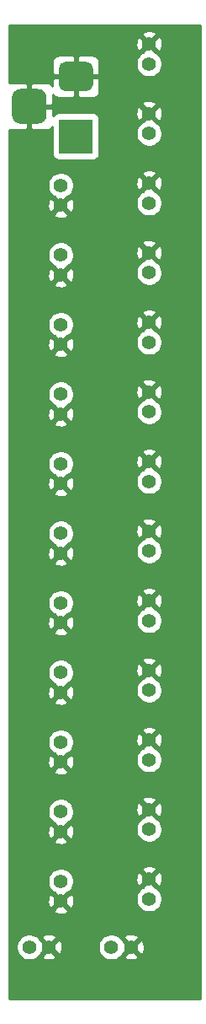
<source format=gbl>
%TF.GenerationSoftware,KiCad,Pcbnew,5.1.10*%
%TF.CreationDate,2021-12-13T09:13:28+01:00*%
%TF.ProjectId,power_board,706f7765-725f-4626-9f61-72642e6b6963,rev?*%
%TF.SameCoordinates,Original*%
%TF.FileFunction,Copper,L2,Bot*%
%TF.FilePolarity,Positive*%
%FSLAX46Y46*%
G04 Gerber Fmt 4.6, Leading zero omitted, Abs format (unit mm)*
G04 Created by KiCad (PCBNEW 5.1.10) date 2021-12-13 09:13:28*
%MOMM*%
%LPD*%
G01*
G04 APERTURE LIST*
%TA.AperFunction,ComponentPad*%
%ADD10C,1.397000*%
%TD*%
%TA.AperFunction,ComponentPad*%
%ADD11R,3.500000X3.500000*%
%TD*%
%TA.AperFunction,Conductor*%
%ADD12C,0.254000*%
%TD*%
%TA.AperFunction,Conductor*%
%ADD13C,0.100000*%
%TD*%
G04 APERTURE END LIST*
D10*
X106140002Y-117856000D03*
X104140000Y-117856000D03*
X97885001Y-117856000D03*
X95884999Y-117856000D03*
X99060000Y-99282001D03*
X99060000Y-97281999D03*
X99060000Y-92297001D03*
X99060000Y-90296999D03*
X99060000Y-85312001D03*
X99060000Y-83311999D03*
X99060000Y-78327001D03*
X99060000Y-76326999D03*
X99060000Y-71342001D03*
X99060000Y-69341999D03*
X99060000Y-64357001D03*
X99060000Y-62356999D03*
X99060000Y-57372002D03*
X99060000Y-55372000D03*
X99060000Y-50387001D03*
X99060000Y-48386999D03*
X99060000Y-43402002D03*
X99060000Y-41402000D03*
X99060000Y-106267001D03*
X99060000Y-104266999D03*
X99060000Y-113252001D03*
X99060000Y-111251999D03*
X107950000Y-27209999D03*
X107950000Y-29210001D03*
X107950000Y-34194999D03*
X107950000Y-36195001D03*
X107950000Y-41179999D03*
X107950000Y-43180001D03*
X107950000Y-48164998D03*
X107950000Y-50165000D03*
X107950000Y-55149999D03*
X107950000Y-57150001D03*
X107950000Y-62134998D03*
X107950000Y-64135000D03*
X107950000Y-69119999D03*
X107950000Y-71120001D03*
X107950000Y-76104998D03*
X107950000Y-78105000D03*
X107950000Y-83089999D03*
X107950000Y-85090001D03*
X107950000Y-90074999D03*
X107950000Y-92075001D03*
X107950000Y-97059999D03*
X107950000Y-99060001D03*
X107950000Y-104044999D03*
X107950000Y-106045001D03*
X107950000Y-111029998D03*
X107950000Y-113030000D03*
%TA.AperFunction,ComponentPad*%
G36*
G01*
X95010000Y-31730000D02*
X96760000Y-31730000D01*
G75*
G02*
X97635000Y-32605000I0J-875000D01*
G01*
X97635000Y-34355000D01*
G75*
G02*
X96760000Y-35230000I-875000J0D01*
G01*
X95010000Y-35230000D01*
G75*
G02*
X94135000Y-34355000I0J875000D01*
G01*
X94135000Y-32605000D01*
G75*
G02*
X95010000Y-31730000I875000J0D01*
G01*
G37*
%TD.AperFunction*%
%TA.AperFunction,ComponentPad*%
G36*
G01*
X99585000Y-28980000D02*
X101585000Y-28980000D01*
G75*
G02*
X102335000Y-29730000I0J-750000D01*
G01*
X102335000Y-31230000D01*
G75*
G02*
X101585000Y-31980000I-750000J0D01*
G01*
X99585000Y-31980000D01*
G75*
G02*
X98835000Y-31230000I0J750000D01*
G01*
X98835000Y-29730000D01*
G75*
G02*
X99585000Y-28980000I750000J0D01*
G01*
G37*
%TD.AperFunction*%
D11*
X100585000Y-36480000D03*
D12*
X113107000Y-123013000D02*
X93903000Y-123013000D01*
X93903000Y-117724662D01*
X94551499Y-117724662D01*
X94551499Y-117987338D01*
X94602745Y-118244968D01*
X94703267Y-118487649D01*
X94849202Y-118706057D01*
X95034942Y-118891797D01*
X95253350Y-119037732D01*
X95496031Y-119138254D01*
X95753661Y-119189500D01*
X96016337Y-119189500D01*
X96273967Y-119138254D01*
X96516648Y-119037732D01*
X96735056Y-118891797D01*
X96850656Y-118776197D01*
X97144409Y-118776197D01*
X97203687Y-119009812D01*
X97441876Y-119120559D01*
X97697094Y-119182711D01*
X97959534Y-119193876D01*
X98219108Y-119153629D01*
X98465843Y-119063514D01*
X98566315Y-119009812D01*
X98625593Y-118776197D01*
X97885001Y-118035605D01*
X97144409Y-118776197D01*
X96850656Y-118776197D01*
X96920796Y-118706057D01*
X97052603Y-118508793D01*
X97705396Y-117856000D01*
X98064606Y-117856000D01*
X98805198Y-118596592D01*
X99038813Y-118537314D01*
X99149560Y-118299125D01*
X99211712Y-118043907D01*
X99222877Y-117781467D01*
X99214070Y-117724662D01*
X102806500Y-117724662D01*
X102806500Y-117987338D01*
X102857746Y-118244968D01*
X102958268Y-118487649D01*
X103104203Y-118706057D01*
X103289943Y-118891797D01*
X103508351Y-119037732D01*
X103751032Y-119138254D01*
X104008662Y-119189500D01*
X104271338Y-119189500D01*
X104528968Y-119138254D01*
X104771649Y-119037732D01*
X104990057Y-118891797D01*
X105105657Y-118776197D01*
X105399410Y-118776197D01*
X105458688Y-119009812D01*
X105696877Y-119120559D01*
X105952095Y-119182711D01*
X106214535Y-119193876D01*
X106474109Y-119153629D01*
X106720844Y-119063514D01*
X106821316Y-119009812D01*
X106880594Y-118776197D01*
X106140002Y-118035605D01*
X105399410Y-118776197D01*
X105105657Y-118776197D01*
X105175797Y-118706057D01*
X105307604Y-118508793D01*
X105960397Y-117856000D01*
X106319607Y-117856000D01*
X107060199Y-118596592D01*
X107293814Y-118537314D01*
X107404561Y-118299125D01*
X107466713Y-118043907D01*
X107477878Y-117781467D01*
X107437631Y-117521893D01*
X107347516Y-117275158D01*
X107293814Y-117174686D01*
X107060199Y-117115408D01*
X106319607Y-117856000D01*
X105960397Y-117856000D01*
X105307604Y-117203207D01*
X105175797Y-117005943D01*
X105105657Y-116935803D01*
X105399410Y-116935803D01*
X106140002Y-117676395D01*
X106880594Y-116935803D01*
X106821316Y-116702188D01*
X106583127Y-116591441D01*
X106327909Y-116529289D01*
X106065469Y-116518124D01*
X105805895Y-116558371D01*
X105559160Y-116648486D01*
X105458688Y-116702188D01*
X105399410Y-116935803D01*
X105105657Y-116935803D01*
X104990057Y-116820203D01*
X104771649Y-116674268D01*
X104528968Y-116573746D01*
X104271338Y-116522500D01*
X104008662Y-116522500D01*
X103751032Y-116573746D01*
X103508351Y-116674268D01*
X103289943Y-116820203D01*
X103104203Y-117005943D01*
X102958268Y-117224351D01*
X102857746Y-117467032D01*
X102806500Y-117724662D01*
X99214070Y-117724662D01*
X99182630Y-117521893D01*
X99092515Y-117275158D01*
X99038813Y-117174686D01*
X98805198Y-117115408D01*
X98064606Y-117856000D01*
X97705396Y-117856000D01*
X97052603Y-117203207D01*
X96920796Y-117005943D01*
X96850656Y-116935803D01*
X97144409Y-116935803D01*
X97885001Y-117676395D01*
X98625593Y-116935803D01*
X98566315Y-116702188D01*
X98328126Y-116591441D01*
X98072908Y-116529289D01*
X97810468Y-116518124D01*
X97550894Y-116558371D01*
X97304159Y-116648486D01*
X97203687Y-116702188D01*
X97144409Y-116935803D01*
X96850656Y-116935803D01*
X96735056Y-116820203D01*
X96516648Y-116674268D01*
X96273967Y-116573746D01*
X96016337Y-116522500D01*
X95753661Y-116522500D01*
X95496031Y-116573746D01*
X95253350Y-116674268D01*
X95034942Y-116820203D01*
X94849202Y-117005943D01*
X94703267Y-117224351D01*
X94602745Y-117467032D01*
X94551499Y-117724662D01*
X93903000Y-117724662D01*
X93903000Y-114172198D01*
X98319408Y-114172198D01*
X98378686Y-114405813D01*
X98616875Y-114516560D01*
X98872093Y-114578712D01*
X99134533Y-114589877D01*
X99394107Y-114549630D01*
X99640842Y-114459515D01*
X99741314Y-114405813D01*
X99800592Y-114172198D01*
X99060000Y-113431606D01*
X98319408Y-114172198D01*
X93903000Y-114172198D01*
X93903000Y-113326534D01*
X97722124Y-113326534D01*
X97762371Y-113586108D01*
X97852486Y-113832843D01*
X97906188Y-113933315D01*
X98139803Y-113992593D01*
X98880395Y-113252001D01*
X99239605Y-113252001D01*
X99980197Y-113992593D01*
X100213812Y-113933315D01*
X100324559Y-113695126D01*
X100386711Y-113439908D01*
X100397876Y-113177468D01*
X100357629Y-112917894D01*
X100350605Y-112898662D01*
X106616500Y-112898662D01*
X106616500Y-113161338D01*
X106667746Y-113418968D01*
X106768268Y-113661649D01*
X106914203Y-113880057D01*
X107099943Y-114065797D01*
X107318351Y-114211732D01*
X107561032Y-114312254D01*
X107818662Y-114363500D01*
X108081338Y-114363500D01*
X108338968Y-114312254D01*
X108581649Y-114211732D01*
X108800057Y-114065797D01*
X108985797Y-113880057D01*
X109131732Y-113661649D01*
X109232254Y-113418968D01*
X109283500Y-113161338D01*
X109283500Y-112898662D01*
X109232254Y-112641032D01*
X109131732Y-112398351D01*
X108985797Y-112179943D01*
X108800057Y-111994203D01*
X108602793Y-111862396D01*
X107950000Y-111209603D01*
X107297207Y-111862396D01*
X107099943Y-111994203D01*
X106914203Y-112179943D01*
X106768268Y-112398351D01*
X106667746Y-112641032D01*
X106616500Y-112898662D01*
X100350605Y-112898662D01*
X100267514Y-112671159D01*
X100213812Y-112570687D01*
X99980197Y-112511409D01*
X99239605Y-113252001D01*
X98880395Y-113252001D01*
X98139803Y-112511409D01*
X97906188Y-112570687D01*
X97795441Y-112808876D01*
X97733289Y-113064094D01*
X97722124Y-113326534D01*
X93903000Y-113326534D01*
X93903000Y-111120661D01*
X97726500Y-111120661D01*
X97726500Y-111383337D01*
X97777746Y-111640967D01*
X97878268Y-111883648D01*
X98024203Y-112102056D01*
X98209943Y-112287796D01*
X98407207Y-112419603D01*
X99060000Y-113072396D01*
X99712793Y-112419603D01*
X99910057Y-112287796D01*
X100095797Y-112102056D01*
X100241732Y-111883648D01*
X100342254Y-111640967D01*
X100393500Y-111383337D01*
X100393500Y-111120661D01*
X100390292Y-111104531D01*
X106612124Y-111104531D01*
X106652371Y-111364105D01*
X106742486Y-111610840D01*
X106796188Y-111711312D01*
X107029803Y-111770590D01*
X107770395Y-111029998D01*
X108129605Y-111029998D01*
X108870197Y-111770590D01*
X109103812Y-111711312D01*
X109214559Y-111473123D01*
X109276711Y-111217905D01*
X109287876Y-110955465D01*
X109247629Y-110695891D01*
X109157514Y-110449156D01*
X109103812Y-110348684D01*
X108870197Y-110289406D01*
X108129605Y-111029998D01*
X107770395Y-111029998D01*
X107029803Y-110289406D01*
X106796188Y-110348684D01*
X106685441Y-110586873D01*
X106623289Y-110842091D01*
X106612124Y-111104531D01*
X100390292Y-111104531D01*
X100342254Y-110863031D01*
X100241732Y-110620350D01*
X100095797Y-110401942D01*
X99910057Y-110216202D01*
X99750817Y-110109801D01*
X107209408Y-110109801D01*
X107950000Y-110850393D01*
X108690592Y-110109801D01*
X108631314Y-109876186D01*
X108393125Y-109765439D01*
X108137907Y-109703287D01*
X107875467Y-109692122D01*
X107615893Y-109732369D01*
X107369158Y-109822484D01*
X107268686Y-109876186D01*
X107209408Y-110109801D01*
X99750817Y-110109801D01*
X99691649Y-110070267D01*
X99448968Y-109969745D01*
X99191338Y-109918499D01*
X98928662Y-109918499D01*
X98671032Y-109969745D01*
X98428351Y-110070267D01*
X98209943Y-110216202D01*
X98024203Y-110401942D01*
X97878268Y-110620350D01*
X97777746Y-110863031D01*
X97726500Y-111120661D01*
X93903000Y-111120661D01*
X93903000Y-107187198D01*
X98319408Y-107187198D01*
X98378686Y-107420813D01*
X98616875Y-107531560D01*
X98872093Y-107593712D01*
X99134533Y-107604877D01*
X99394107Y-107564630D01*
X99640842Y-107474515D01*
X99741314Y-107420813D01*
X99800592Y-107187198D01*
X99060000Y-106446606D01*
X98319408Y-107187198D01*
X93903000Y-107187198D01*
X93903000Y-106341534D01*
X97722124Y-106341534D01*
X97762371Y-106601108D01*
X97852486Y-106847843D01*
X97906188Y-106948315D01*
X98139803Y-107007593D01*
X98880395Y-106267001D01*
X99239605Y-106267001D01*
X99980197Y-107007593D01*
X100213812Y-106948315D01*
X100324559Y-106710126D01*
X100386711Y-106454908D01*
X100397876Y-106192468D01*
X100357629Y-105932894D01*
X100350606Y-105913663D01*
X106616500Y-105913663D01*
X106616500Y-106176339D01*
X106667746Y-106433969D01*
X106768268Y-106676650D01*
X106914203Y-106895058D01*
X107099943Y-107080798D01*
X107318351Y-107226733D01*
X107561032Y-107327255D01*
X107818662Y-107378501D01*
X108081338Y-107378501D01*
X108338968Y-107327255D01*
X108581649Y-107226733D01*
X108800057Y-107080798D01*
X108985797Y-106895058D01*
X109131732Y-106676650D01*
X109232254Y-106433969D01*
X109283500Y-106176339D01*
X109283500Y-105913663D01*
X109232254Y-105656033D01*
X109131732Y-105413352D01*
X108985797Y-105194944D01*
X108800057Y-105009204D01*
X108602793Y-104877397D01*
X107950000Y-104224604D01*
X107297207Y-104877397D01*
X107099943Y-105009204D01*
X106914203Y-105194944D01*
X106768268Y-105413352D01*
X106667746Y-105656033D01*
X106616500Y-105913663D01*
X100350606Y-105913663D01*
X100267514Y-105686159D01*
X100213812Y-105585687D01*
X99980197Y-105526409D01*
X99239605Y-106267001D01*
X98880395Y-106267001D01*
X98139803Y-105526409D01*
X97906188Y-105585687D01*
X97795441Y-105823876D01*
X97733289Y-106079094D01*
X97722124Y-106341534D01*
X93903000Y-106341534D01*
X93903000Y-104135661D01*
X97726500Y-104135661D01*
X97726500Y-104398337D01*
X97777746Y-104655967D01*
X97878268Y-104898648D01*
X98024203Y-105117056D01*
X98209943Y-105302796D01*
X98407207Y-105434603D01*
X99060000Y-106087396D01*
X99712793Y-105434603D01*
X99910057Y-105302796D01*
X100095797Y-105117056D01*
X100241732Y-104898648D01*
X100342254Y-104655967D01*
X100393500Y-104398337D01*
X100393500Y-104135661D01*
X100390292Y-104119532D01*
X106612124Y-104119532D01*
X106652371Y-104379106D01*
X106742486Y-104625841D01*
X106796188Y-104726313D01*
X107029803Y-104785591D01*
X107770395Y-104044999D01*
X108129605Y-104044999D01*
X108870197Y-104785591D01*
X109103812Y-104726313D01*
X109214559Y-104488124D01*
X109276711Y-104232906D01*
X109287876Y-103970466D01*
X109247629Y-103710892D01*
X109157514Y-103464157D01*
X109103812Y-103363685D01*
X108870197Y-103304407D01*
X108129605Y-104044999D01*
X107770395Y-104044999D01*
X107029803Y-103304407D01*
X106796188Y-103363685D01*
X106685441Y-103601874D01*
X106623289Y-103857092D01*
X106612124Y-104119532D01*
X100390292Y-104119532D01*
X100342254Y-103878031D01*
X100241732Y-103635350D01*
X100095797Y-103416942D01*
X99910057Y-103231202D01*
X99750818Y-103124802D01*
X107209408Y-103124802D01*
X107950000Y-103865394D01*
X108690592Y-103124802D01*
X108631314Y-102891187D01*
X108393125Y-102780440D01*
X108137907Y-102718288D01*
X107875467Y-102707123D01*
X107615893Y-102747370D01*
X107369158Y-102837485D01*
X107268686Y-102891187D01*
X107209408Y-103124802D01*
X99750818Y-103124802D01*
X99691649Y-103085267D01*
X99448968Y-102984745D01*
X99191338Y-102933499D01*
X98928662Y-102933499D01*
X98671032Y-102984745D01*
X98428351Y-103085267D01*
X98209943Y-103231202D01*
X98024203Y-103416942D01*
X97878268Y-103635350D01*
X97777746Y-103878031D01*
X97726500Y-104135661D01*
X93903000Y-104135661D01*
X93903000Y-100202198D01*
X98319408Y-100202198D01*
X98378686Y-100435813D01*
X98616875Y-100546560D01*
X98872093Y-100608712D01*
X99134533Y-100619877D01*
X99394107Y-100579630D01*
X99640842Y-100489515D01*
X99741314Y-100435813D01*
X99800592Y-100202198D01*
X99060000Y-99461606D01*
X98319408Y-100202198D01*
X93903000Y-100202198D01*
X93903000Y-99356534D01*
X97722124Y-99356534D01*
X97762371Y-99616108D01*
X97852486Y-99862843D01*
X97906188Y-99963315D01*
X98139803Y-100022593D01*
X98880395Y-99282001D01*
X99239605Y-99282001D01*
X99980197Y-100022593D01*
X100213812Y-99963315D01*
X100324559Y-99725126D01*
X100386711Y-99469908D01*
X100397876Y-99207468D01*
X100357629Y-98947894D01*
X100350606Y-98928663D01*
X106616500Y-98928663D01*
X106616500Y-99191339D01*
X106667746Y-99448969D01*
X106768268Y-99691650D01*
X106914203Y-99910058D01*
X107099943Y-100095798D01*
X107318351Y-100241733D01*
X107561032Y-100342255D01*
X107818662Y-100393501D01*
X108081338Y-100393501D01*
X108338968Y-100342255D01*
X108581649Y-100241733D01*
X108800057Y-100095798D01*
X108985797Y-99910058D01*
X109131732Y-99691650D01*
X109232254Y-99448969D01*
X109283500Y-99191339D01*
X109283500Y-98928663D01*
X109232254Y-98671033D01*
X109131732Y-98428352D01*
X108985797Y-98209944D01*
X108800057Y-98024204D01*
X108602793Y-97892397D01*
X107950000Y-97239604D01*
X107297207Y-97892397D01*
X107099943Y-98024204D01*
X106914203Y-98209944D01*
X106768268Y-98428352D01*
X106667746Y-98671033D01*
X106616500Y-98928663D01*
X100350606Y-98928663D01*
X100267514Y-98701159D01*
X100213812Y-98600687D01*
X99980197Y-98541409D01*
X99239605Y-99282001D01*
X98880395Y-99282001D01*
X98139803Y-98541409D01*
X97906188Y-98600687D01*
X97795441Y-98838876D01*
X97733289Y-99094094D01*
X97722124Y-99356534D01*
X93903000Y-99356534D01*
X93903000Y-97150661D01*
X97726500Y-97150661D01*
X97726500Y-97413337D01*
X97777746Y-97670967D01*
X97878268Y-97913648D01*
X98024203Y-98132056D01*
X98209943Y-98317796D01*
X98407207Y-98449603D01*
X99060000Y-99102396D01*
X99712793Y-98449603D01*
X99910057Y-98317796D01*
X100095797Y-98132056D01*
X100241732Y-97913648D01*
X100342254Y-97670967D01*
X100393500Y-97413337D01*
X100393500Y-97150661D01*
X100390292Y-97134532D01*
X106612124Y-97134532D01*
X106652371Y-97394106D01*
X106742486Y-97640841D01*
X106796188Y-97741313D01*
X107029803Y-97800591D01*
X107770395Y-97059999D01*
X108129605Y-97059999D01*
X108870197Y-97800591D01*
X109103812Y-97741313D01*
X109214559Y-97503124D01*
X109276711Y-97247906D01*
X109287876Y-96985466D01*
X109247629Y-96725892D01*
X109157514Y-96479157D01*
X109103812Y-96378685D01*
X108870197Y-96319407D01*
X108129605Y-97059999D01*
X107770395Y-97059999D01*
X107029803Y-96319407D01*
X106796188Y-96378685D01*
X106685441Y-96616874D01*
X106623289Y-96872092D01*
X106612124Y-97134532D01*
X100390292Y-97134532D01*
X100342254Y-96893031D01*
X100241732Y-96650350D01*
X100095797Y-96431942D01*
X99910057Y-96246202D01*
X99750818Y-96139802D01*
X107209408Y-96139802D01*
X107950000Y-96880394D01*
X108690592Y-96139802D01*
X108631314Y-95906187D01*
X108393125Y-95795440D01*
X108137907Y-95733288D01*
X107875467Y-95722123D01*
X107615893Y-95762370D01*
X107369158Y-95852485D01*
X107268686Y-95906187D01*
X107209408Y-96139802D01*
X99750818Y-96139802D01*
X99691649Y-96100267D01*
X99448968Y-95999745D01*
X99191338Y-95948499D01*
X98928662Y-95948499D01*
X98671032Y-95999745D01*
X98428351Y-96100267D01*
X98209943Y-96246202D01*
X98024203Y-96431942D01*
X97878268Y-96650350D01*
X97777746Y-96893031D01*
X97726500Y-97150661D01*
X93903000Y-97150661D01*
X93903000Y-93217198D01*
X98319408Y-93217198D01*
X98378686Y-93450813D01*
X98616875Y-93561560D01*
X98872093Y-93623712D01*
X99134533Y-93634877D01*
X99394107Y-93594630D01*
X99640842Y-93504515D01*
X99741314Y-93450813D01*
X99800592Y-93217198D01*
X99060000Y-92476606D01*
X98319408Y-93217198D01*
X93903000Y-93217198D01*
X93903000Y-92371534D01*
X97722124Y-92371534D01*
X97762371Y-92631108D01*
X97852486Y-92877843D01*
X97906188Y-92978315D01*
X98139803Y-93037593D01*
X98880395Y-92297001D01*
X99239605Y-92297001D01*
X99980197Y-93037593D01*
X100213812Y-92978315D01*
X100324559Y-92740126D01*
X100386711Y-92484908D01*
X100397876Y-92222468D01*
X100357629Y-91962894D01*
X100350606Y-91943663D01*
X106616500Y-91943663D01*
X106616500Y-92206339D01*
X106667746Y-92463969D01*
X106768268Y-92706650D01*
X106914203Y-92925058D01*
X107099943Y-93110798D01*
X107318351Y-93256733D01*
X107561032Y-93357255D01*
X107818662Y-93408501D01*
X108081338Y-93408501D01*
X108338968Y-93357255D01*
X108581649Y-93256733D01*
X108800057Y-93110798D01*
X108985797Y-92925058D01*
X109131732Y-92706650D01*
X109232254Y-92463969D01*
X109283500Y-92206339D01*
X109283500Y-91943663D01*
X109232254Y-91686033D01*
X109131732Y-91443352D01*
X108985797Y-91224944D01*
X108800057Y-91039204D01*
X108602793Y-90907397D01*
X107950000Y-90254604D01*
X107297207Y-90907397D01*
X107099943Y-91039204D01*
X106914203Y-91224944D01*
X106768268Y-91443352D01*
X106667746Y-91686033D01*
X106616500Y-91943663D01*
X100350606Y-91943663D01*
X100267514Y-91716159D01*
X100213812Y-91615687D01*
X99980197Y-91556409D01*
X99239605Y-92297001D01*
X98880395Y-92297001D01*
X98139803Y-91556409D01*
X97906188Y-91615687D01*
X97795441Y-91853876D01*
X97733289Y-92109094D01*
X97722124Y-92371534D01*
X93903000Y-92371534D01*
X93903000Y-90165661D01*
X97726500Y-90165661D01*
X97726500Y-90428337D01*
X97777746Y-90685967D01*
X97878268Y-90928648D01*
X98024203Y-91147056D01*
X98209943Y-91332796D01*
X98407207Y-91464603D01*
X99060000Y-92117396D01*
X99712793Y-91464603D01*
X99910057Y-91332796D01*
X100095797Y-91147056D01*
X100241732Y-90928648D01*
X100342254Y-90685967D01*
X100393500Y-90428337D01*
X100393500Y-90165661D01*
X100390292Y-90149532D01*
X106612124Y-90149532D01*
X106652371Y-90409106D01*
X106742486Y-90655841D01*
X106796188Y-90756313D01*
X107029803Y-90815591D01*
X107770395Y-90074999D01*
X108129605Y-90074999D01*
X108870197Y-90815591D01*
X109103812Y-90756313D01*
X109214559Y-90518124D01*
X109276711Y-90262906D01*
X109287876Y-90000466D01*
X109247629Y-89740892D01*
X109157514Y-89494157D01*
X109103812Y-89393685D01*
X108870197Y-89334407D01*
X108129605Y-90074999D01*
X107770395Y-90074999D01*
X107029803Y-89334407D01*
X106796188Y-89393685D01*
X106685441Y-89631874D01*
X106623289Y-89887092D01*
X106612124Y-90149532D01*
X100390292Y-90149532D01*
X100342254Y-89908031D01*
X100241732Y-89665350D01*
X100095797Y-89446942D01*
X99910057Y-89261202D01*
X99750818Y-89154802D01*
X107209408Y-89154802D01*
X107950000Y-89895394D01*
X108690592Y-89154802D01*
X108631314Y-88921187D01*
X108393125Y-88810440D01*
X108137907Y-88748288D01*
X107875467Y-88737123D01*
X107615893Y-88777370D01*
X107369158Y-88867485D01*
X107268686Y-88921187D01*
X107209408Y-89154802D01*
X99750818Y-89154802D01*
X99691649Y-89115267D01*
X99448968Y-89014745D01*
X99191338Y-88963499D01*
X98928662Y-88963499D01*
X98671032Y-89014745D01*
X98428351Y-89115267D01*
X98209943Y-89261202D01*
X98024203Y-89446942D01*
X97878268Y-89665350D01*
X97777746Y-89908031D01*
X97726500Y-90165661D01*
X93903000Y-90165661D01*
X93903000Y-86232198D01*
X98319408Y-86232198D01*
X98378686Y-86465813D01*
X98616875Y-86576560D01*
X98872093Y-86638712D01*
X99134533Y-86649877D01*
X99394107Y-86609630D01*
X99640842Y-86519515D01*
X99741314Y-86465813D01*
X99800592Y-86232198D01*
X99060000Y-85491606D01*
X98319408Y-86232198D01*
X93903000Y-86232198D01*
X93903000Y-85386534D01*
X97722124Y-85386534D01*
X97762371Y-85646108D01*
X97852486Y-85892843D01*
X97906188Y-85993315D01*
X98139803Y-86052593D01*
X98880395Y-85312001D01*
X99239605Y-85312001D01*
X99980197Y-86052593D01*
X100213812Y-85993315D01*
X100324559Y-85755126D01*
X100386711Y-85499908D01*
X100397876Y-85237468D01*
X100357629Y-84977894D01*
X100350606Y-84958663D01*
X106616500Y-84958663D01*
X106616500Y-85221339D01*
X106667746Y-85478969D01*
X106768268Y-85721650D01*
X106914203Y-85940058D01*
X107099943Y-86125798D01*
X107318351Y-86271733D01*
X107561032Y-86372255D01*
X107818662Y-86423501D01*
X108081338Y-86423501D01*
X108338968Y-86372255D01*
X108581649Y-86271733D01*
X108800057Y-86125798D01*
X108985797Y-85940058D01*
X109131732Y-85721650D01*
X109232254Y-85478969D01*
X109283500Y-85221339D01*
X109283500Y-84958663D01*
X109232254Y-84701033D01*
X109131732Y-84458352D01*
X108985797Y-84239944D01*
X108800057Y-84054204D01*
X108602793Y-83922397D01*
X107950000Y-83269604D01*
X107297207Y-83922397D01*
X107099943Y-84054204D01*
X106914203Y-84239944D01*
X106768268Y-84458352D01*
X106667746Y-84701033D01*
X106616500Y-84958663D01*
X100350606Y-84958663D01*
X100267514Y-84731159D01*
X100213812Y-84630687D01*
X99980197Y-84571409D01*
X99239605Y-85312001D01*
X98880395Y-85312001D01*
X98139803Y-84571409D01*
X97906188Y-84630687D01*
X97795441Y-84868876D01*
X97733289Y-85124094D01*
X97722124Y-85386534D01*
X93903000Y-85386534D01*
X93903000Y-83180661D01*
X97726500Y-83180661D01*
X97726500Y-83443337D01*
X97777746Y-83700967D01*
X97878268Y-83943648D01*
X98024203Y-84162056D01*
X98209943Y-84347796D01*
X98407207Y-84479603D01*
X99060000Y-85132396D01*
X99712793Y-84479603D01*
X99910057Y-84347796D01*
X100095797Y-84162056D01*
X100241732Y-83943648D01*
X100342254Y-83700967D01*
X100393500Y-83443337D01*
X100393500Y-83180661D01*
X100390292Y-83164532D01*
X106612124Y-83164532D01*
X106652371Y-83424106D01*
X106742486Y-83670841D01*
X106796188Y-83771313D01*
X107029803Y-83830591D01*
X107770395Y-83089999D01*
X108129605Y-83089999D01*
X108870197Y-83830591D01*
X109103812Y-83771313D01*
X109214559Y-83533124D01*
X109276711Y-83277906D01*
X109287876Y-83015466D01*
X109247629Y-82755892D01*
X109157514Y-82509157D01*
X109103812Y-82408685D01*
X108870197Y-82349407D01*
X108129605Y-83089999D01*
X107770395Y-83089999D01*
X107029803Y-82349407D01*
X106796188Y-82408685D01*
X106685441Y-82646874D01*
X106623289Y-82902092D01*
X106612124Y-83164532D01*
X100390292Y-83164532D01*
X100342254Y-82923031D01*
X100241732Y-82680350D01*
X100095797Y-82461942D01*
X99910057Y-82276202D01*
X99750818Y-82169802D01*
X107209408Y-82169802D01*
X107950000Y-82910394D01*
X108690592Y-82169802D01*
X108631314Y-81936187D01*
X108393125Y-81825440D01*
X108137907Y-81763288D01*
X107875467Y-81752123D01*
X107615893Y-81792370D01*
X107369158Y-81882485D01*
X107268686Y-81936187D01*
X107209408Y-82169802D01*
X99750818Y-82169802D01*
X99691649Y-82130267D01*
X99448968Y-82029745D01*
X99191338Y-81978499D01*
X98928662Y-81978499D01*
X98671032Y-82029745D01*
X98428351Y-82130267D01*
X98209943Y-82276202D01*
X98024203Y-82461942D01*
X97878268Y-82680350D01*
X97777746Y-82923031D01*
X97726500Y-83180661D01*
X93903000Y-83180661D01*
X93903000Y-79247198D01*
X98319408Y-79247198D01*
X98378686Y-79480813D01*
X98616875Y-79591560D01*
X98872093Y-79653712D01*
X99134533Y-79664877D01*
X99394107Y-79624630D01*
X99640842Y-79534515D01*
X99741314Y-79480813D01*
X99800592Y-79247198D01*
X99060000Y-78506606D01*
X98319408Y-79247198D01*
X93903000Y-79247198D01*
X93903000Y-78401534D01*
X97722124Y-78401534D01*
X97762371Y-78661108D01*
X97852486Y-78907843D01*
X97906188Y-79008315D01*
X98139803Y-79067593D01*
X98880395Y-78327001D01*
X99239605Y-78327001D01*
X99980197Y-79067593D01*
X100213812Y-79008315D01*
X100324559Y-78770126D01*
X100386711Y-78514908D01*
X100397876Y-78252468D01*
X100357629Y-77992894D01*
X100350605Y-77973662D01*
X106616500Y-77973662D01*
X106616500Y-78236338D01*
X106667746Y-78493968D01*
X106768268Y-78736649D01*
X106914203Y-78955057D01*
X107099943Y-79140797D01*
X107318351Y-79286732D01*
X107561032Y-79387254D01*
X107818662Y-79438500D01*
X108081338Y-79438500D01*
X108338968Y-79387254D01*
X108581649Y-79286732D01*
X108800057Y-79140797D01*
X108985797Y-78955057D01*
X109131732Y-78736649D01*
X109232254Y-78493968D01*
X109283500Y-78236338D01*
X109283500Y-77973662D01*
X109232254Y-77716032D01*
X109131732Y-77473351D01*
X108985797Y-77254943D01*
X108800057Y-77069203D01*
X108602793Y-76937396D01*
X107950000Y-76284603D01*
X107297207Y-76937396D01*
X107099943Y-77069203D01*
X106914203Y-77254943D01*
X106768268Y-77473351D01*
X106667746Y-77716032D01*
X106616500Y-77973662D01*
X100350605Y-77973662D01*
X100267514Y-77746159D01*
X100213812Y-77645687D01*
X99980197Y-77586409D01*
X99239605Y-78327001D01*
X98880395Y-78327001D01*
X98139803Y-77586409D01*
X97906188Y-77645687D01*
X97795441Y-77883876D01*
X97733289Y-78139094D01*
X97722124Y-78401534D01*
X93903000Y-78401534D01*
X93903000Y-76195661D01*
X97726500Y-76195661D01*
X97726500Y-76458337D01*
X97777746Y-76715967D01*
X97878268Y-76958648D01*
X98024203Y-77177056D01*
X98209943Y-77362796D01*
X98407207Y-77494603D01*
X99060000Y-78147396D01*
X99712793Y-77494603D01*
X99910057Y-77362796D01*
X100095797Y-77177056D01*
X100241732Y-76958648D01*
X100342254Y-76715967D01*
X100393500Y-76458337D01*
X100393500Y-76195661D01*
X100390292Y-76179531D01*
X106612124Y-76179531D01*
X106652371Y-76439105D01*
X106742486Y-76685840D01*
X106796188Y-76786312D01*
X107029803Y-76845590D01*
X107770395Y-76104998D01*
X108129605Y-76104998D01*
X108870197Y-76845590D01*
X109103812Y-76786312D01*
X109214559Y-76548123D01*
X109276711Y-76292905D01*
X109287876Y-76030465D01*
X109247629Y-75770891D01*
X109157514Y-75524156D01*
X109103812Y-75423684D01*
X108870197Y-75364406D01*
X108129605Y-76104998D01*
X107770395Y-76104998D01*
X107029803Y-75364406D01*
X106796188Y-75423684D01*
X106685441Y-75661873D01*
X106623289Y-75917091D01*
X106612124Y-76179531D01*
X100390292Y-76179531D01*
X100342254Y-75938031D01*
X100241732Y-75695350D01*
X100095797Y-75476942D01*
X99910057Y-75291202D01*
X99750817Y-75184801D01*
X107209408Y-75184801D01*
X107950000Y-75925393D01*
X108690592Y-75184801D01*
X108631314Y-74951186D01*
X108393125Y-74840439D01*
X108137907Y-74778287D01*
X107875467Y-74767122D01*
X107615893Y-74807369D01*
X107369158Y-74897484D01*
X107268686Y-74951186D01*
X107209408Y-75184801D01*
X99750817Y-75184801D01*
X99691649Y-75145267D01*
X99448968Y-75044745D01*
X99191338Y-74993499D01*
X98928662Y-74993499D01*
X98671032Y-75044745D01*
X98428351Y-75145267D01*
X98209943Y-75291202D01*
X98024203Y-75476942D01*
X97878268Y-75695350D01*
X97777746Y-75938031D01*
X97726500Y-76195661D01*
X93903000Y-76195661D01*
X93903000Y-72262198D01*
X98319408Y-72262198D01*
X98378686Y-72495813D01*
X98616875Y-72606560D01*
X98872093Y-72668712D01*
X99134533Y-72679877D01*
X99394107Y-72639630D01*
X99640842Y-72549515D01*
X99741314Y-72495813D01*
X99800592Y-72262198D01*
X99060000Y-71521606D01*
X98319408Y-72262198D01*
X93903000Y-72262198D01*
X93903000Y-71416534D01*
X97722124Y-71416534D01*
X97762371Y-71676108D01*
X97852486Y-71922843D01*
X97906188Y-72023315D01*
X98139803Y-72082593D01*
X98880395Y-71342001D01*
X99239605Y-71342001D01*
X99980197Y-72082593D01*
X100213812Y-72023315D01*
X100324559Y-71785126D01*
X100386711Y-71529908D01*
X100397876Y-71267468D01*
X100357629Y-71007894D01*
X100350606Y-70988663D01*
X106616500Y-70988663D01*
X106616500Y-71251339D01*
X106667746Y-71508969D01*
X106768268Y-71751650D01*
X106914203Y-71970058D01*
X107099943Y-72155798D01*
X107318351Y-72301733D01*
X107561032Y-72402255D01*
X107818662Y-72453501D01*
X108081338Y-72453501D01*
X108338968Y-72402255D01*
X108581649Y-72301733D01*
X108800057Y-72155798D01*
X108985797Y-71970058D01*
X109131732Y-71751650D01*
X109232254Y-71508969D01*
X109283500Y-71251339D01*
X109283500Y-70988663D01*
X109232254Y-70731033D01*
X109131732Y-70488352D01*
X108985797Y-70269944D01*
X108800057Y-70084204D01*
X108602793Y-69952397D01*
X107950000Y-69299604D01*
X107297207Y-69952397D01*
X107099943Y-70084204D01*
X106914203Y-70269944D01*
X106768268Y-70488352D01*
X106667746Y-70731033D01*
X106616500Y-70988663D01*
X100350606Y-70988663D01*
X100267514Y-70761159D01*
X100213812Y-70660687D01*
X99980197Y-70601409D01*
X99239605Y-71342001D01*
X98880395Y-71342001D01*
X98139803Y-70601409D01*
X97906188Y-70660687D01*
X97795441Y-70898876D01*
X97733289Y-71154094D01*
X97722124Y-71416534D01*
X93903000Y-71416534D01*
X93903000Y-69210661D01*
X97726500Y-69210661D01*
X97726500Y-69473337D01*
X97777746Y-69730967D01*
X97878268Y-69973648D01*
X98024203Y-70192056D01*
X98209943Y-70377796D01*
X98407207Y-70509603D01*
X99060000Y-71162396D01*
X99712793Y-70509603D01*
X99910057Y-70377796D01*
X100095797Y-70192056D01*
X100241732Y-69973648D01*
X100342254Y-69730967D01*
X100393500Y-69473337D01*
X100393500Y-69210661D01*
X100390292Y-69194532D01*
X106612124Y-69194532D01*
X106652371Y-69454106D01*
X106742486Y-69700841D01*
X106796188Y-69801313D01*
X107029803Y-69860591D01*
X107770395Y-69119999D01*
X108129605Y-69119999D01*
X108870197Y-69860591D01*
X109103812Y-69801313D01*
X109214559Y-69563124D01*
X109276711Y-69307906D01*
X109287876Y-69045466D01*
X109247629Y-68785892D01*
X109157514Y-68539157D01*
X109103812Y-68438685D01*
X108870197Y-68379407D01*
X108129605Y-69119999D01*
X107770395Y-69119999D01*
X107029803Y-68379407D01*
X106796188Y-68438685D01*
X106685441Y-68676874D01*
X106623289Y-68932092D01*
X106612124Y-69194532D01*
X100390292Y-69194532D01*
X100342254Y-68953031D01*
X100241732Y-68710350D01*
X100095797Y-68491942D01*
X99910057Y-68306202D01*
X99750818Y-68199802D01*
X107209408Y-68199802D01*
X107950000Y-68940394D01*
X108690592Y-68199802D01*
X108631314Y-67966187D01*
X108393125Y-67855440D01*
X108137907Y-67793288D01*
X107875467Y-67782123D01*
X107615893Y-67822370D01*
X107369158Y-67912485D01*
X107268686Y-67966187D01*
X107209408Y-68199802D01*
X99750818Y-68199802D01*
X99691649Y-68160267D01*
X99448968Y-68059745D01*
X99191338Y-68008499D01*
X98928662Y-68008499D01*
X98671032Y-68059745D01*
X98428351Y-68160267D01*
X98209943Y-68306202D01*
X98024203Y-68491942D01*
X97878268Y-68710350D01*
X97777746Y-68953031D01*
X97726500Y-69210661D01*
X93903000Y-69210661D01*
X93903000Y-65277198D01*
X98319408Y-65277198D01*
X98378686Y-65510813D01*
X98616875Y-65621560D01*
X98872093Y-65683712D01*
X99134533Y-65694877D01*
X99394107Y-65654630D01*
X99640842Y-65564515D01*
X99741314Y-65510813D01*
X99800592Y-65277198D01*
X99060000Y-64536606D01*
X98319408Y-65277198D01*
X93903000Y-65277198D01*
X93903000Y-64431534D01*
X97722124Y-64431534D01*
X97762371Y-64691108D01*
X97852486Y-64937843D01*
X97906188Y-65038315D01*
X98139803Y-65097593D01*
X98880395Y-64357001D01*
X99239605Y-64357001D01*
X99980197Y-65097593D01*
X100213812Y-65038315D01*
X100324559Y-64800126D01*
X100386711Y-64544908D01*
X100397876Y-64282468D01*
X100357629Y-64022894D01*
X100350605Y-64003662D01*
X106616500Y-64003662D01*
X106616500Y-64266338D01*
X106667746Y-64523968D01*
X106768268Y-64766649D01*
X106914203Y-64985057D01*
X107099943Y-65170797D01*
X107318351Y-65316732D01*
X107561032Y-65417254D01*
X107818662Y-65468500D01*
X108081338Y-65468500D01*
X108338968Y-65417254D01*
X108581649Y-65316732D01*
X108800057Y-65170797D01*
X108985797Y-64985057D01*
X109131732Y-64766649D01*
X109232254Y-64523968D01*
X109283500Y-64266338D01*
X109283500Y-64003662D01*
X109232254Y-63746032D01*
X109131732Y-63503351D01*
X108985797Y-63284943D01*
X108800057Y-63099203D01*
X108602793Y-62967396D01*
X107950000Y-62314603D01*
X107297207Y-62967396D01*
X107099943Y-63099203D01*
X106914203Y-63284943D01*
X106768268Y-63503351D01*
X106667746Y-63746032D01*
X106616500Y-64003662D01*
X100350605Y-64003662D01*
X100267514Y-63776159D01*
X100213812Y-63675687D01*
X99980197Y-63616409D01*
X99239605Y-64357001D01*
X98880395Y-64357001D01*
X98139803Y-63616409D01*
X97906188Y-63675687D01*
X97795441Y-63913876D01*
X97733289Y-64169094D01*
X97722124Y-64431534D01*
X93903000Y-64431534D01*
X93903000Y-62225661D01*
X97726500Y-62225661D01*
X97726500Y-62488337D01*
X97777746Y-62745967D01*
X97878268Y-62988648D01*
X98024203Y-63207056D01*
X98209943Y-63392796D01*
X98407207Y-63524603D01*
X99060000Y-64177396D01*
X99712793Y-63524603D01*
X99910057Y-63392796D01*
X100095797Y-63207056D01*
X100241732Y-62988648D01*
X100342254Y-62745967D01*
X100393500Y-62488337D01*
X100393500Y-62225661D01*
X100390292Y-62209531D01*
X106612124Y-62209531D01*
X106652371Y-62469105D01*
X106742486Y-62715840D01*
X106796188Y-62816312D01*
X107029803Y-62875590D01*
X107770395Y-62134998D01*
X108129605Y-62134998D01*
X108870197Y-62875590D01*
X109103812Y-62816312D01*
X109214559Y-62578123D01*
X109276711Y-62322905D01*
X109287876Y-62060465D01*
X109247629Y-61800891D01*
X109157514Y-61554156D01*
X109103812Y-61453684D01*
X108870197Y-61394406D01*
X108129605Y-62134998D01*
X107770395Y-62134998D01*
X107029803Y-61394406D01*
X106796188Y-61453684D01*
X106685441Y-61691873D01*
X106623289Y-61947091D01*
X106612124Y-62209531D01*
X100390292Y-62209531D01*
X100342254Y-61968031D01*
X100241732Y-61725350D01*
X100095797Y-61506942D01*
X99910057Y-61321202D01*
X99750817Y-61214801D01*
X107209408Y-61214801D01*
X107950000Y-61955393D01*
X108690592Y-61214801D01*
X108631314Y-60981186D01*
X108393125Y-60870439D01*
X108137907Y-60808287D01*
X107875467Y-60797122D01*
X107615893Y-60837369D01*
X107369158Y-60927484D01*
X107268686Y-60981186D01*
X107209408Y-61214801D01*
X99750817Y-61214801D01*
X99691649Y-61175267D01*
X99448968Y-61074745D01*
X99191338Y-61023499D01*
X98928662Y-61023499D01*
X98671032Y-61074745D01*
X98428351Y-61175267D01*
X98209943Y-61321202D01*
X98024203Y-61506942D01*
X97878268Y-61725350D01*
X97777746Y-61968031D01*
X97726500Y-62225661D01*
X93903000Y-62225661D01*
X93903000Y-58292199D01*
X98319408Y-58292199D01*
X98378686Y-58525814D01*
X98616875Y-58636561D01*
X98872093Y-58698713D01*
X99134533Y-58709878D01*
X99394107Y-58669631D01*
X99640842Y-58579516D01*
X99741314Y-58525814D01*
X99800592Y-58292199D01*
X99060000Y-57551607D01*
X98319408Y-58292199D01*
X93903000Y-58292199D01*
X93903000Y-57446535D01*
X97722124Y-57446535D01*
X97762371Y-57706109D01*
X97852486Y-57952844D01*
X97906188Y-58053316D01*
X98139803Y-58112594D01*
X98880395Y-57372002D01*
X99239605Y-57372002D01*
X99980197Y-58112594D01*
X100213812Y-58053316D01*
X100324559Y-57815127D01*
X100386711Y-57559909D01*
X100397876Y-57297469D01*
X100357629Y-57037895D01*
X100350605Y-57018663D01*
X106616500Y-57018663D01*
X106616500Y-57281339D01*
X106667746Y-57538969D01*
X106768268Y-57781650D01*
X106914203Y-58000058D01*
X107099943Y-58185798D01*
X107318351Y-58331733D01*
X107561032Y-58432255D01*
X107818662Y-58483501D01*
X108081338Y-58483501D01*
X108338968Y-58432255D01*
X108581649Y-58331733D01*
X108800057Y-58185798D01*
X108985797Y-58000058D01*
X109131732Y-57781650D01*
X109232254Y-57538969D01*
X109283500Y-57281339D01*
X109283500Y-57018663D01*
X109232254Y-56761033D01*
X109131732Y-56518352D01*
X108985797Y-56299944D01*
X108800057Y-56114204D01*
X108602793Y-55982397D01*
X107950000Y-55329604D01*
X107297207Y-55982397D01*
X107099943Y-56114204D01*
X106914203Y-56299944D01*
X106768268Y-56518352D01*
X106667746Y-56761033D01*
X106616500Y-57018663D01*
X100350605Y-57018663D01*
X100267514Y-56791160D01*
X100213812Y-56690688D01*
X99980197Y-56631410D01*
X99239605Y-57372002D01*
X98880395Y-57372002D01*
X98139803Y-56631410D01*
X97906188Y-56690688D01*
X97795441Y-56928877D01*
X97733289Y-57184095D01*
X97722124Y-57446535D01*
X93903000Y-57446535D01*
X93903000Y-55240662D01*
X97726500Y-55240662D01*
X97726500Y-55503338D01*
X97777746Y-55760968D01*
X97878268Y-56003649D01*
X98024203Y-56222057D01*
X98209943Y-56407797D01*
X98407207Y-56539604D01*
X99060000Y-57192397D01*
X99712793Y-56539604D01*
X99910057Y-56407797D01*
X100095797Y-56222057D01*
X100241732Y-56003649D01*
X100342254Y-55760968D01*
X100393500Y-55503338D01*
X100393500Y-55240662D01*
X100390292Y-55224532D01*
X106612124Y-55224532D01*
X106652371Y-55484106D01*
X106742486Y-55730841D01*
X106796188Y-55831313D01*
X107029803Y-55890591D01*
X107770395Y-55149999D01*
X108129605Y-55149999D01*
X108870197Y-55890591D01*
X109103812Y-55831313D01*
X109214559Y-55593124D01*
X109276711Y-55337906D01*
X109287876Y-55075466D01*
X109247629Y-54815892D01*
X109157514Y-54569157D01*
X109103812Y-54468685D01*
X108870197Y-54409407D01*
X108129605Y-55149999D01*
X107770395Y-55149999D01*
X107029803Y-54409407D01*
X106796188Y-54468685D01*
X106685441Y-54706874D01*
X106623289Y-54962092D01*
X106612124Y-55224532D01*
X100390292Y-55224532D01*
X100342254Y-54983032D01*
X100241732Y-54740351D01*
X100095797Y-54521943D01*
X99910057Y-54336203D01*
X99750817Y-54229802D01*
X107209408Y-54229802D01*
X107950000Y-54970394D01*
X108690592Y-54229802D01*
X108631314Y-53996187D01*
X108393125Y-53885440D01*
X108137907Y-53823288D01*
X107875467Y-53812123D01*
X107615893Y-53852370D01*
X107369158Y-53942485D01*
X107268686Y-53996187D01*
X107209408Y-54229802D01*
X99750817Y-54229802D01*
X99691649Y-54190268D01*
X99448968Y-54089746D01*
X99191338Y-54038500D01*
X98928662Y-54038500D01*
X98671032Y-54089746D01*
X98428351Y-54190268D01*
X98209943Y-54336203D01*
X98024203Y-54521943D01*
X97878268Y-54740351D01*
X97777746Y-54983032D01*
X97726500Y-55240662D01*
X93903000Y-55240662D01*
X93903000Y-51307198D01*
X98319408Y-51307198D01*
X98378686Y-51540813D01*
X98616875Y-51651560D01*
X98872093Y-51713712D01*
X99134533Y-51724877D01*
X99394107Y-51684630D01*
X99640842Y-51594515D01*
X99741314Y-51540813D01*
X99800592Y-51307198D01*
X99060000Y-50566606D01*
X98319408Y-51307198D01*
X93903000Y-51307198D01*
X93903000Y-50461534D01*
X97722124Y-50461534D01*
X97762371Y-50721108D01*
X97852486Y-50967843D01*
X97906188Y-51068315D01*
X98139803Y-51127593D01*
X98880395Y-50387001D01*
X99239605Y-50387001D01*
X99980197Y-51127593D01*
X100213812Y-51068315D01*
X100324559Y-50830126D01*
X100386711Y-50574908D01*
X100397876Y-50312468D01*
X100357629Y-50052894D01*
X100350605Y-50033662D01*
X106616500Y-50033662D01*
X106616500Y-50296338D01*
X106667746Y-50553968D01*
X106768268Y-50796649D01*
X106914203Y-51015057D01*
X107099943Y-51200797D01*
X107318351Y-51346732D01*
X107561032Y-51447254D01*
X107818662Y-51498500D01*
X108081338Y-51498500D01*
X108338968Y-51447254D01*
X108581649Y-51346732D01*
X108800057Y-51200797D01*
X108985797Y-51015057D01*
X109131732Y-50796649D01*
X109232254Y-50553968D01*
X109283500Y-50296338D01*
X109283500Y-50033662D01*
X109232254Y-49776032D01*
X109131732Y-49533351D01*
X108985797Y-49314943D01*
X108800057Y-49129203D01*
X108602793Y-48997396D01*
X107950000Y-48344603D01*
X107297207Y-48997396D01*
X107099943Y-49129203D01*
X106914203Y-49314943D01*
X106768268Y-49533351D01*
X106667746Y-49776032D01*
X106616500Y-50033662D01*
X100350605Y-50033662D01*
X100267514Y-49806159D01*
X100213812Y-49705687D01*
X99980197Y-49646409D01*
X99239605Y-50387001D01*
X98880395Y-50387001D01*
X98139803Y-49646409D01*
X97906188Y-49705687D01*
X97795441Y-49943876D01*
X97733289Y-50199094D01*
X97722124Y-50461534D01*
X93903000Y-50461534D01*
X93903000Y-48255661D01*
X97726500Y-48255661D01*
X97726500Y-48518337D01*
X97777746Y-48775967D01*
X97878268Y-49018648D01*
X98024203Y-49237056D01*
X98209943Y-49422796D01*
X98407207Y-49554603D01*
X99060000Y-50207396D01*
X99712793Y-49554603D01*
X99910057Y-49422796D01*
X100095797Y-49237056D01*
X100241732Y-49018648D01*
X100342254Y-48775967D01*
X100393500Y-48518337D01*
X100393500Y-48255661D01*
X100390292Y-48239531D01*
X106612124Y-48239531D01*
X106652371Y-48499105D01*
X106742486Y-48745840D01*
X106796188Y-48846312D01*
X107029803Y-48905590D01*
X107770395Y-48164998D01*
X108129605Y-48164998D01*
X108870197Y-48905590D01*
X109103812Y-48846312D01*
X109214559Y-48608123D01*
X109276711Y-48352905D01*
X109287876Y-48090465D01*
X109247629Y-47830891D01*
X109157514Y-47584156D01*
X109103812Y-47483684D01*
X108870197Y-47424406D01*
X108129605Y-48164998D01*
X107770395Y-48164998D01*
X107029803Y-47424406D01*
X106796188Y-47483684D01*
X106685441Y-47721873D01*
X106623289Y-47977091D01*
X106612124Y-48239531D01*
X100390292Y-48239531D01*
X100342254Y-47998031D01*
X100241732Y-47755350D01*
X100095797Y-47536942D01*
X99910057Y-47351202D01*
X99750817Y-47244801D01*
X107209408Y-47244801D01*
X107950000Y-47985393D01*
X108690592Y-47244801D01*
X108631314Y-47011186D01*
X108393125Y-46900439D01*
X108137907Y-46838287D01*
X107875467Y-46827122D01*
X107615893Y-46867369D01*
X107369158Y-46957484D01*
X107268686Y-47011186D01*
X107209408Y-47244801D01*
X99750817Y-47244801D01*
X99691649Y-47205267D01*
X99448968Y-47104745D01*
X99191338Y-47053499D01*
X98928662Y-47053499D01*
X98671032Y-47104745D01*
X98428351Y-47205267D01*
X98209943Y-47351202D01*
X98024203Y-47536942D01*
X97878268Y-47755350D01*
X97777746Y-47998031D01*
X97726500Y-48255661D01*
X93903000Y-48255661D01*
X93903000Y-44322199D01*
X98319408Y-44322199D01*
X98378686Y-44555814D01*
X98616875Y-44666561D01*
X98872093Y-44728713D01*
X99134533Y-44739878D01*
X99394107Y-44699631D01*
X99640842Y-44609516D01*
X99741314Y-44555814D01*
X99800592Y-44322199D01*
X99060000Y-43581607D01*
X98319408Y-44322199D01*
X93903000Y-44322199D01*
X93903000Y-43476535D01*
X97722124Y-43476535D01*
X97762371Y-43736109D01*
X97852486Y-43982844D01*
X97906188Y-44083316D01*
X98139803Y-44142594D01*
X98880395Y-43402002D01*
X99239605Y-43402002D01*
X99980197Y-44142594D01*
X100213812Y-44083316D01*
X100324559Y-43845127D01*
X100386711Y-43589909D01*
X100397876Y-43327469D01*
X100357629Y-43067895D01*
X100350605Y-43048663D01*
X106616500Y-43048663D01*
X106616500Y-43311339D01*
X106667746Y-43568969D01*
X106768268Y-43811650D01*
X106914203Y-44030058D01*
X107099943Y-44215798D01*
X107318351Y-44361733D01*
X107561032Y-44462255D01*
X107818662Y-44513501D01*
X108081338Y-44513501D01*
X108338968Y-44462255D01*
X108581649Y-44361733D01*
X108800057Y-44215798D01*
X108985797Y-44030058D01*
X109131732Y-43811650D01*
X109232254Y-43568969D01*
X109283500Y-43311339D01*
X109283500Y-43048663D01*
X109232254Y-42791033D01*
X109131732Y-42548352D01*
X108985797Y-42329944D01*
X108800057Y-42144204D01*
X108602793Y-42012397D01*
X107950000Y-41359604D01*
X107297207Y-42012397D01*
X107099943Y-42144204D01*
X106914203Y-42329944D01*
X106768268Y-42548352D01*
X106667746Y-42791033D01*
X106616500Y-43048663D01*
X100350605Y-43048663D01*
X100267514Y-42821160D01*
X100213812Y-42720688D01*
X99980197Y-42661410D01*
X99239605Y-43402002D01*
X98880395Y-43402002D01*
X98139803Y-42661410D01*
X97906188Y-42720688D01*
X97795441Y-42958877D01*
X97733289Y-43214095D01*
X97722124Y-43476535D01*
X93903000Y-43476535D01*
X93903000Y-41270662D01*
X97726500Y-41270662D01*
X97726500Y-41533338D01*
X97777746Y-41790968D01*
X97878268Y-42033649D01*
X98024203Y-42252057D01*
X98209943Y-42437797D01*
X98407207Y-42569604D01*
X99060000Y-43222397D01*
X99712793Y-42569604D01*
X99910057Y-42437797D01*
X100095797Y-42252057D01*
X100241732Y-42033649D01*
X100342254Y-41790968D01*
X100393500Y-41533338D01*
X100393500Y-41270662D01*
X100390292Y-41254532D01*
X106612124Y-41254532D01*
X106652371Y-41514106D01*
X106742486Y-41760841D01*
X106796188Y-41861313D01*
X107029803Y-41920591D01*
X107770395Y-41179999D01*
X108129605Y-41179999D01*
X108870197Y-41920591D01*
X109103812Y-41861313D01*
X109214559Y-41623124D01*
X109276711Y-41367906D01*
X109287876Y-41105466D01*
X109247629Y-40845892D01*
X109157514Y-40599157D01*
X109103812Y-40498685D01*
X108870197Y-40439407D01*
X108129605Y-41179999D01*
X107770395Y-41179999D01*
X107029803Y-40439407D01*
X106796188Y-40498685D01*
X106685441Y-40736874D01*
X106623289Y-40992092D01*
X106612124Y-41254532D01*
X100390292Y-41254532D01*
X100342254Y-41013032D01*
X100241732Y-40770351D01*
X100095797Y-40551943D01*
X99910057Y-40366203D01*
X99750817Y-40259802D01*
X107209408Y-40259802D01*
X107950000Y-41000394D01*
X108690592Y-40259802D01*
X108631314Y-40026187D01*
X108393125Y-39915440D01*
X108137907Y-39853288D01*
X107875467Y-39842123D01*
X107615893Y-39882370D01*
X107369158Y-39972485D01*
X107268686Y-40026187D01*
X107209408Y-40259802D01*
X99750817Y-40259802D01*
X99691649Y-40220268D01*
X99448968Y-40119746D01*
X99191338Y-40068500D01*
X98928662Y-40068500D01*
X98671032Y-40119746D01*
X98428351Y-40220268D01*
X98209943Y-40366203D01*
X98024203Y-40551943D01*
X97878268Y-40770351D01*
X97777746Y-41013032D01*
X97726500Y-41270662D01*
X93903000Y-41270662D01*
X93903000Y-35823197D01*
X94010518Y-35855812D01*
X94135000Y-35868072D01*
X95599250Y-35865000D01*
X95758000Y-35706250D01*
X95758000Y-33607000D01*
X96012000Y-33607000D01*
X96012000Y-35706250D01*
X96170750Y-35865000D01*
X97635000Y-35868072D01*
X97759482Y-35855812D01*
X97879180Y-35819502D01*
X97989494Y-35760537D01*
X98086185Y-35681185D01*
X98165537Y-35584494D01*
X98196928Y-35525767D01*
X98196928Y-38230000D01*
X98209188Y-38354482D01*
X98245498Y-38474180D01*
X98304463Y-38584494D01*
X98383815Y-38681185D01*
X98480506Y-38760537D01*
X98590820Y-38819502D01*
X98710518Y-38855812D01*
X98835000Y-38868072D01*
X102335000Y-38868072D01*
X102459482Y-38855812D01*
X102579180Y-38819502D01*
X102689494Y-38760537D01*
X102786185Y-38681185D01*
X102865537Y-38584494D01*
X102924502Y-38474180D01*
X102960812Y-38354482D01*
X102973072Y-38230000D01*
X102973072Y-36063663D01*
X106616500Y-36063663D01*
X106616500Y-36326339D01*
X106667746Y-36583969D01*
X106768268Y-36826650D01*
X106914203Y-37045058D01*
X107099943Y-37230798D01*
X107318351Y-37376733D01*
X107561032Y-37477255D01*
X107818662Y-37528501D01*
X108081338Y-37528501D01*
X108338968Y-37477255D01*
X108581649Y-37376733D01*
X108800057Y-37230798D01*
X108985797Y-37045058D01*
X109131732Y-36826650D01*
X109232254Y-36583969D01*
X109283500Y-36326339D01*
X109283500Y-36063663D01*
X109232254Y-35806033D01*
X109131732Y-35563352D01*
X108985797Y-35344944D01*
X108800057Y-35159204D01*
X108602793Y-35027397D01*
X107950000Y-34374604D01*
X107297207Y-35027397D01*
X107099943Y-35159204D01*
X106914203Y-35344944D01*
X106768268Y-35563352D01*
X106667746Y-35806033D01*
X106616500Y-36063663D01*
X102973072Y-36063663D01*
X102973072Y-34730000D01*
X102960812Y-34605518D01*
X102924502Y-34485820D01*
X102865537Y-34375506D01*
X102786185Y-34278815D01*
X102774874Y-34269532D01*
X106612124Y-34269532D01*
X106652371Y-34529106D01*
X106742486Y-34775841D01*
X106796188Y-34876313D01*
X107029803Y-34935591D01*
X107770395Y-34194999D01*
X108129605Y-34194999D01*
X108870197Y-34935591D01*
X109103812Y-34876313D01*
X109214559Y-34638124D01*
X109276711Y-34382906D01*
X109287876Y-34120466D01*
X109247629Y-33860892D01*
X109157514Y-33614157D01*
X109103812Y-33513685D01*
X108870197Y-33454407D01*
X108129605Y-34194999D01*
X107770395Y-34194999D01*
X107029803Y-33454407D01*
X106796188Y-33513685D01*
X106685441Y-33751874D01*
X106623289Y-34007092D01*
X106612124Y-34269532D01*
X102774874Y-34269532D01*
X102689494Y-34199463D01*
X102579180Y-34140498D01*
X102459482Y-34104188D01*
X102335000Y-34091928D01*
X98835000Y-34091928D01*
X98710518Y-34104188D01*
X98590820Y-34140498D01*
X98480506Y-34199463D01*
X98383815Y-34278815D01*
X98304463Y-34375506D01*
X98271409Y-34437345D01*
X98270000Y-33765750D01*
X98111250Y-33607000D01*
X96012000Y-33607000D01*
X95758000Y-33607000D01*
X95738000Y-33607000D01*
X95738000Y-33353000D01*
X95758000Y-33353000D01*
X95758000Y-31253750D01*
X96012000Y-31253750D01*
X96012000Y-33353000D01*
X98111250Y-33353000D01*
X98189448Y-33274802D01*
X107209408Y-33274802D01*
X107950000Y-34015394D01*
X108690592Y-33274802D01*
X108631314Y-33041187D01*
X108393125Y-32930440D01*
X108137907Y-32868288D01*
X107875467Y-32857123D01*
X107615893Y-32897370D01*
X107369158Y-32987485D01*
X107268686Y-33041187D01*
X107209408Y-33274802D01*
X98189448Y-33274802D01*
X98270000Y-33194250D01*
X98271931Y-32273633D01*
X98304463Y-32334494D01*
X98383815Y-32431185D01*
X98480506Y-32510537D01*
X98590820Y-32569502D01*
X98710518Y-32605812D01*
X98835000Y-32618072D01*
X100299250Y-32615000D01*
X100458000Y-32456250D01*
X100458000Y-30607000D01*
X100712000Y-30607000D01*
X100712000Y-32456250D01*
X100870750Y-32615000D01*
X102335000Y-32618072D01*
X102459482Y-32605812D01*
X102579180Y-32569502D01*
X102689494Y-32510537D01*
X102786185Y-32431185D01*
X102865537Y-32334494D01*
X102924502Y-32224180D01*
X102960812Y-32104482D01*
X102973072Y-31980000D01*
X102970000Y-30765750D01*
X102811250Y-30607000D01*
X100712000Y-30607000D01*
X100458000Y-30607000D01*
X98358750Y-30607000D01*
X98200000Y-30765750D01*
X98198302Y-31436805D01*
X98165537Y-31375506D01*
X98086185Y-31278815D01*
X97989494Y-31199463D01*
X97879180Y-31140498D01*
X97759482Y-31104188D01*
X97635000Y-31091928D01*
X96170750Y-31095000D01*
X96012000Y-31253750D01*
X95758000Y-31253750D01*
X95599250Y-31095000D01*
X94135000Y-31091928D01*
X94010518Y-31104188D01*
X93903000Y-31136803D01*
X93903000Y-28980000D01*
X98196928Y-28980000D01*
X98200000Y-30194250D01*
X98358750Y-30353000D01*
X100458000Y-30353000D01*
X100458000Y-28503750D01*
X100712000Y-28503750D01*
X100712000Y-30353000D01*
X102811250Y-30353000D01*
X102970000Y-30194250D01*
X102972822Y-29078663D01*
X106616500Y-29078663D01*
X106616500Y-29341339D01*
X106667746Y-29598969D01*
X106768268Y-29841650D01*
X106914203Y-30060058D01*
X107099943Y-30245798D01*
X107318351Y-30391733D01*
X107561032Y-30492255D01*
X107818662Y-30543501D01*
X108081338Y-30543501D01*
X108338968Y-30492255D01*
X108581649Y-30391733D01*
X108800057Y-30245798D01*
X108985797Y-30060058D01*
X109131732Y-29841650D01*
X109232254Y-29598969D01*
X109283500Y-29341339D01*
X109283500Y-29078663D01*
X109232254Y-28821033D01*
X109131732Y-28578352D01*
X108985797Y-28359944D01*
X108800057Y-28174204D01*
X108602793Y-28042397D01*
X107950000Y-27389604D01*
X107297207Y-28042397D01*
X107099943Y-28174204D01*
X106914203Y-28359944D01*
X106768268Y-28578352D01*
X106667746Y-28821033D01*
X106616500Y-29078663D01*
X102972822Y-29078663D01*
X102973072Y-28980000D01*
X102960812Y-28855518D01*
X102924502Y-28735820D01*
X102865537Y-28625506D01*
X102786185Y-28528815D01*
X102689494Y-28449463D01*
X102579180Y-28390498D01*
X102459482Y-28354188D01*
X102335000Y-28341928D01*
X100870750Y-28345000D01*
X100712000Y-28503750D01*
X100458000Y-28503750D01*
X100299250Y-28345000D01*
X98835000Y-28341928D01*
X98710518Y-28354188D01*
X98590820Y-28390498D01*
X98480506Y-28449463D01*
X98383815Y-28528815D01*
X98304463Y-28625506D01*
X98245498Y-28735820D01*
X98209188Y-28855518D01*
X98196928Y-28980000D01*
X93903000Y-28980000D01*
X93903000Y-27284532D01*
X106612124Y-27284532D01*
X106652371Y-27544106D01*
X106742486Y-27790841D01*
X106796188Y-27891313D01*
X107029803Y-27950591D01*
X107770395Y-27209999D01*
X108129605Y-27209999D01*
X108870197Y-27950591D01*
X109103812Y-27891313D01*
X109214559Y-27653124D01*
X109276711Y-27397906D01*
X109287876Y-27135466D01*
X109247629Y-26875892D01*
X109157514Y-26629157D01*
X109103812Y-26528685D01*
X108870197Y-26469407D01*
X108129605Y-27209999D01*
X107770395Y-27209999D01*
X107029803Y-26469407D01*
X106796188Y-26528685D01*
X106685441Y-26766874D01*
X106623289Y-27022092D01*
X106612124Y-27284532D01*
X93903000Y-27284532D01*
X93903000Y-26289802D01*
X107209408Y-26289802D01*
X107950000Y-27030394D01*
X108690592Y-26289802D01*
X108631314Y-26056187D01*
X108393125Y-25945440D01*
X108137907Y-25883288D01*
X107875467Y-25872123D01*
X107615893Y-25912370D01*
X107369158Y-26002485D01*
X107268686Y-26056187D01*
X107209408Y-26289802D01*
X93903000Y-26289802D01*
X93903000Y-25323000D01*
X113107001Y-25323000D01*
X113107000Y-123013000D01*
%TA.AperFunction,Conductor*%
D13*
G36*
X113107000Y-123013000D02*
G01*
X93903000Y-123013000D01*
X93903000Y-117724662D01*
X94551499Y-117724662D01*
X94551499Y-117987338D01*
X94602745Y-118244968D01*
X94703267Y-118487649D01*
X94849202Y-118706057D01*
X95034942Y-118891797D01*
X95253350Y-119037732D01*
X95496031Y-119138254D01*
X95753661Y-119189500D01*
X96016337Y-119189500D01*
X96273967Y-119138254D01*
X96516648Y-119037732D01*
X96735056Y-118891797D01*
X96850656Y-118776197D01*
X97144409Y-118776197D01*
X97203687Y-119009812D01*
X97441876Y-119120559D01*
X97697094Y-119182711D01*
X97959534Y-119193876D01*
X98219108Y-119153629D01*
X98465843Y-119063514D01*
X98566315Y-119009812D01*
X98625593Y-118776197D01*
X97885001Y-118035605D01*
X97144409Y-118776197D01*
X96850656Y-118776197D01*
X96920796Y-118706057D01*
X97052603Y-118508793D01*
X97705396Y-117856000D01*
X98064606Y-117856000D01*
X98805198Y-118596592D01*
X99038813Y-118537314D01*
X99149560Y-118299125D01*
X99211712Y-118043907D01*
X99222877Y-117781467D01*
X99214070Y-117724662D01*
X102806500Y-117724662D01*
X102806500Y-117987338D01*
X102857746Y-118244968D01*
X102958268Y-118487649D01*
X103104203Y-118706057D01*
X103289943Y-118891797D01*
X103508351Y-119037732D01*
X103751032Y-119138254D01*
X104008662Y-119189500D01*
X104271338Y-119189500D01*
X104528968Y-119138254D01*
X104771649Y-119037732D01*
X104990057Y-118891797D01*
X105105657Y-118776197D01*
X105399410Y-118776197D01*
X105458688Y-119009812D01*
X105696877Y-119120559D01*
X105952095Y-119182711D01*
X106214535Y-119193876D01*
X106474109Y-119153629D01*
X106720844Y-119063514D01*
X106821316Y-119009812D01*
X106880594Y-118776197D01*
X106140002Y-118035605D01*
X105399410Y-118776197D01*
X105105657Y-118776197D01*
X105175797Y-118706057D01*
X105307604Y-118508793D01*
X105960397Y-117856000D01*
X106319607Y-117856000D01*
X107060199Y-118596592D01*
X107293814Y-118537314D01*
X107404561Y-118299125D01*
X107466713Y-118043907D01*
X107477878Y-117781467D01*
X107437631Y-117521893D01*
X107347516Y-117275158D01*
X107293814Y-117174686D01*
X107060199Y-117115408D01*
X106319607Y-117856000D01*
X105960397Y-117856000D01*
X105307604Y-117203207D01*
X105175797Y-117005943D01*
X105105657Y-116935803D01*
X105399410Y-116935803D01*
X106140002Y-117676395D01*
X106880594Y-116935803D01*
X106821316Y-116702188D01*
X106583127Y-116591441D01*
X106327909Y-116529289D01*
X106065469Y-116518124D01*
X105805895Y-116558371D01*
X105559160Y-116648486D01*
X105458688Y-116702188D01*
X105399410Y-116935803D01*
X105105657Y-116935803D01*
X104990057Y-116820203D01*
X104771649Y-116674268D01*
X104528968Y-116573746D01*
X104271338Y-116522500D01*
X104008662Y-116522500D01*
X103751032Y-116573746D01*
X103508351Y-116674268D01*
X103289943Y-116820203D01*
X103104203Y-117005943D01*
X102958268Y-117224351D01*
X102857746Y-117467032D01*
X102806500Y-117724662D01*
X99214070Y-117724662D01*
X99182630Y-117521893D01*
X99092515Y-117275158D01*
X99038813Y-117174686D01*
X98805198Y-117115408D01*
X98064606Y-117856000D01*
X97705396Y-117856000D01*
X97052603Y-117203207D01*
X96920796Y-117005943D01*
X96850656Y-116935803D01*
X97144409Y-116935803D01*
X97885001Y-117676395D01*
X98625593Y-116935803D01*
X98566315Y-116702188D01*
X98328126Y-116591441D01*
X98072908Y-116529289D01*
X97810468Y-116518124D01*
X97550894Y-116558371D01*
X97304159Y-116648486D01*
X97203687Y-116702188D01*
X97144409Y-116935803D01*
X96850656Y-116935803D01*
X96735056Y-116820203D01*
X96516648Y-116674268D01*
X96273967Y-116573746D01*
X96016337Y-116522500D01*
X95753661Y-116522500D01*
X95496031Y-116573746D01*
X95253350Y-116674268D01*
X95034942Y-116820203D01*
X94849202Y-117005943D01*
X94703267Y-117224351D01*
X94602745Y-117467032D01*
X94551499Y-117724662D01*
X93903000Y-117724662D01*
X93903000Y-114172198D01*
X98319408Y-114172198D01*
X98378686Y-114405813D01*
X98616875Y-114516560D01*
X98872093Y-114578712D01*
X99134533Y-114589877D01*
X99394107Y-114549630D01*
X99640842Y-114459515D01*
X99741314Y-114405813D01*
X99800592Y-114172198D01*
X99060000Y-113431606D01*
X98319408Y-114172198D01*
X93903000Y-114172198D01*
X93903000Y-113326534D01*
X97722124Y-113326534D01*
X97762371Y-113586108D01*
X97852486Y-113832843D01*
X97906188Y-113933315D01*
X98139803Y-113992593D01*
X98880395Y-113252001D01*
X99239605Y-113252001D01*
X99980197Y-113992593D01*
X100213812Y-113933315D01*
X100324559Y-113695126D01*
X100386711Y-113439908D01*
X100397876Y-113177468D01*
X100357629Y-112917894D01*
X100350605Y-112898662D01*
X106616500Y-112898662D01*
X106616500Y-113161338D01*
X106667746Y-113418968D01*
X106768268Y-113661649D01*
X106914203Y-113880057D01*
X107099943Y-114065797D01*
X107318351Y-114211732D01*
X107561032Y-114312254D01*
X107818662Y-114363500D01*
X108081338Y-114363500D01*
X108338968Y-114312254D01*
X108581649Y-114211732D01*
X108800057Y-114065797D01*
X108985797Y-113880057D01*
X109131732Y-113661649D01*
X109232254Y-113418968D01*
X109283500Y-113161338D01*
X109283500Y-112898662D01*
X109232254Y-112641032D01*
X109131732Y-112398351D01*
X108985797Y-112179943D01*
X108800057Y-111994203D01*
X108602793Y-111862396D01*
X107950000Y-111209603D01*
X107297207Y-111862396D01*
X107099943Y-111994203D01*
X106914203Y-112179943D01*
X106768268Y-112398351D01*
X106667746Y-112641032D01*
X106616500Y-112898662D01*
X100350605Y-112898662D01*
X100267514Y-112671159D01*
X100213812Y-112570687D01*
X99980197Y-112511409D01*
X99239605Y-113252001D01*
X98880395Y-113252001D01*
X98139803Y-112511409D01*
X97906188Y-112570687D01*
X97795441Y-112808876D01*
X97733289Y-113064094D01*
X97722124Y-113326534D01*
X93903000Y-113326534D01*
X93903000Y-111120661D01*
X97726500Y-111120661D01*
X97726500Y-111383337D01*
X97777746Y-111640967D01*
X97878268Y-111883648D01*
X98024203Y-112102056D01*
X98209943Y-112287796D01*
X98407207Y-112419603D01*
X99060000Y-113072396D01*
X99712793Y-112419603D01*
X99910057Y-112287796D01*
X100095797Y-112102056D01*
X100241732Y-111883648D01*
X100342254Y-111640967D01*
X100393500Y-111383337D01*
X100393500Y-111120661D01*
X100390292Y-111104531D01*
X106612124Y-111104531D01*
X106652371Y-111364105D01*
X106742486Y-111610840D01*
X106796188Y-111711312D01*
X107029803Y-111770590D01*
X107770395Y-111029998D01*
X108129605Y-111029998D01*
X108870197Y-111770590D01*
X109103812Y-111711312D01*
X109214559Y-111473123D01*
X109276711Y-111217905D01*
X109287876Y-110955465D01*
X109247629Y-110695891D01*
X109157514Y-110449156D01*
X109103812Y-110348684D01*
X108870197Y-110289406D01*
X108129605Y-111029998D01*
X107770395Y-111029998D01*
X107029803Y-110289406D01*
X106796188Y-110348684D01*
X106685441Y-110586873D01*
X106623289Y-110842091D01*
X106612124Y-111104531D01*
X100390292Y-111104531D01*
X100342254Y-110863031D01*
X100241732Y-110620350D01*
X100095797Y-110401942D01*
X99910057Y-110216202D01*
X99750817Y-110109801D01*
X107209408Y-110109801D01*
X107950000Y-110850393D01*
X108690592Y-110109801D01*
X108631314Y-109876186D01*
X108393125Y-109765439D01*
X108137907Y-109703287D01*
X107875467Y-109692122D01*
X107615893Y-109732369D01*
X107369158Y-109822484D01*
X107268686Y-109876186D01*
X107209408Y-110109801D01*
X99750817Y-110109801D01*
X99691649Y-110070267D01*
X99448968Y-109969745D01*
X99191338Y-109918499D01*
X98928662Y-109918499D01*
X98671032Y-109969745D01*
X98428351Y-110070267D01*
X98209943Y-110216202D01*
X98024203Y-110401942D01*
X97878268Y-110620350D01*
X97777746Y-110863031D01*
X97726500Y-111120661D01*
X93903000Y-111120661D01*
X93903000Y-107187198D01*
X98319408Y-107187198D01*
X98378686Y-107420813D01*
X98616875Y-107531560D01*
X98872093Y-107593712D01*
X99134533Y-107604877D01*
X99394107Y-107564630D01*
X99640842Y-107474515D01*
X99741314Y-107420813D01*
X99800592Y-107187198D01*
X99060000Y-106446606D01*
X98319408Y-107187198D01*
X93903000Y-107187198D01*
X93903000Y-106341534D01*
X97722124Y-106341534D01*
X97762371Y-106601108D01*
X97852486Y-106847843D01*
X97906188Y-106948315D01*
X98139803Y-107007593D01*
X98880395Y-106267001D01*
X99239605Y-106267001D01*
X99980197Y-107007593D01*
X100213812Y-106948315D01*
X100324559Y-106710126D01*
X100386711Y-106454908D01*
X100397876Y-106192468D01*
X100357629Y-105932894D01*
X100350606Y-105913663D01*
X106616500Y-105913663D01*
X106616500Y-106176339D01*
X106667746Y-106433969D01*
X106768268Y-106676650D01*
X106914203Y-106895058D01*
X107099943Y-107080798D01*
X107318351Y-107226733D01*
X107561032Y-107327255D01*
X107818662Y-107378501D01*
X108081338Y-107378501D01*
X108338968Y-107327255D01*
X108581649Y-107226733D01*
X108800057Y-107080798D01*
X108985797Y-106895058D01*
X109131732Y-106676650D01*
X109232254Y-106433969D01*
X109283500Y-106176339D01*
X109283500Y-105913663D01*
X109232254Y-105656033D01*
X109131732Y-105413352D01*
X108985797Y-105194944D01*
X108800057Y-105009204D01*
X108602793Y-104877397D01*
X107950000Y-104224604D01*
X107297207Y-104877397D01*
X107099943Y-105009204D01*
X106914203Y-105194944D01*
X106768268Y-105413352D01*
X106667746Y-105656033D01*
X106616500Y-105913663D01*
X100350606Y-105913663D01*
X100267514Y-105686159D01*
X100213812Y-105585687D01*
X99980197Y-105526409D01*
X99239605Y-106267001D01*
X98880395Y-106267001D01*
X98139803Y-105526409D01*
X97906188Y-105585687D01*
X97795441Y-105823876D01*
X97733289Y-106079094D01*
X97722124Y-106341534D01*
X93903000Y-106341534D01*
X93903000Y-104135661D01*
X97726500Y-104135661D01*
X97726500Y-104398337D01*
X97777746Y-104655967D01*
X97878268Y-104898648D01*
X98024203Y-105117056D01*
X98209943Y-105302796D01*
X98407207Y-105434603D01*
X99060000Y-106087396D01*
X99712793Y-105434603D01*
X99910057Y-105302796D01*
X100095797Y-105117056D01*
X100241732Y-104898648D01*
X100342254Y-104655967D01*
X100393500Y-104398337D01*
X100393500Y-104135661D01*
X100390292Y-104119532D01*
X106612124Y-104119532D01*
X106652371Y-104379106D01*
X106742486Y-104625841D01*
X106796188Y-104726313D01*
X107029803Y-104785591D01*
X107770395Y-104044999D01*
X108129605Y-104044999D01*
X108870197Y-104785591D01*
X109103812Y-104726313D01*
X109214559Y-104488124D01*
X109276711Y-104232906D01*
X109287876Y-103970466D01*
X109247629Y-103710892D01*
X109157514Y-103464157D01*
X109103812Y-103363685D01*
X108870197Y-103304407D01*
X108129605Y-104044999D01*
X107770395Y-104044999D01*
X107029803Y-103304407D01*
X106796188Y-103363685D01*
X106685441Y-103601874D01*
X106623289Y-103857092D01*
X106612124Y-104119532D01*
X100390292Y-104119532D01*
X100342254Y-103878031D01*
X100241732Y-103635350D01*
X100095797Y-103416942D01*
X99910057Y-103231202D01*
X99750818Y-103124802D01*
X107209408Y-103124802D01*
X107950000Y-103865394D01*
X108690592Y-103124802D01*
X108631314Y-102891187D01*
X108393125Y-102780440D01*
X108137907Y-102718288D01*
X107875467Y-102707123D01*
X107615893Y-102747370D01*
X107369158Y-102837485D01*
X107268686Y-102891187D01*
X107209408Y-103124802D01*
X99750818Y-103124802D01*
X99691649Y-103085267D01*
X99448968Y-102984745D01*
X99191338Y-102933499D01*
X98928662Y-102933499D01*
X98671032Y-102984745D01*
X98428351Y-103085267D01*
X98209943Y-103231202D01*
X98024203Y-103416942D01*
X97878268Y-103635350D01*
X97777746Y-103878031D01*
X97726500Y-104135661D01*
X93903000Y-104135661D01*
X93903000Y-100202198D01*
X98319408Y-100202198D01*
X98378686Y-100435813D01*
X98616875Y-100546560D01*
X98872093Y-100608712D01*
X99134533Y-100619877D01*
X99394107Y-100579630D01*
X99640842Y-100489515D01*
X99741314Y-100435813D01*
X99800592Y-100202198D01*
X99060000Y-99461606D01*
X98319408Y-100202198D01*
X93903000Y-100202198D01*
X93903000Y-99356534D01*
X97722124Y-99356534D01*
X97762371Y-99616108D01*
X97852486Y-99862843D01*
X97906188Y-99963315D01*
X98139803Y-100022593D01*
X98880395Y-99282001D01*
X99239605Y-99282001D01*
X99980197Y-100022593D01*
X100213812Y-99963315D01*
X100324559Y-99725126D01*
X100386711Y-99469908D01*
X100397876Y-99207468D01*
X100357629Y-98947894D01*
X100350606Y-98928663D01*
X106616500Y-98928663D01*
X106616500Y-99191339D01*
X106667746Y-99448969D01*
X106768268Y-99691650D01*
X106914203Y-99910058D01*
X107099943Y-100095798D01*
X107318351Y-100241733D01*
X107561032Y-100342255D01*
X107818662Y-100393501D01*
X108081338Y-100393501D01*
X108338968Y-100342255D01*
X108581649Y-100241733D01*
X108800057Y-100095798D01*
X108985797Y-99910058D01*
X109131732Y-99691650D01*
X109232254Y-99448969D01*
X109283500Y-99191339D01*
X109283500Y-98928663D01*
X109232254Y-98671033D01*
X109131732Y-98428352D01*
X108985797Y-98209944D01*
X108800057Y-98024204D01*
X108602793Y-97892397D01*
X107950000Y-97239604D01*
X107297207Y-97892397D01*
X107099943Y-98024204D01*
X106914203Y-98209944D01*
X106768268Y-98428352D01*
X106667746Y-98671033D01*
X106616500Y-98928663D01*
X100350606Y-98928663D01*
X100267514Y-98701159D01*
X100213812Y-98600687D01*
X99980197Y-98541409D01*
X99239605Y-99282001D01*
X98880395Y-99282001D01*
X98139803Y-98541409D01*
X97906188Y-98600687D01*
X97795441Y-98838876D01*
X97733289Y-99094094D01*
X97722124Y-99356534D01*
X93903000Y-99356534D01*
X93903000Y-97150661D01*
X97726500Y-97150661D01*
X97726500Y-97413337D01*
X97777746Y-97670967D01*
X97878268Y-97913648D01*
X98024203Y-98132056D01*
X98209943Y-98317796D01*
X98407207Y-98449603D01*
X99060000Y-99102396D01*
X99712793Y-98449603D01*
X99910057Y-98317796D01*
X100095797Y-98132056D01*
X100241732Y-97913648D01*
X100342254Y-97670967D01*
X100393500Y-97413337D01*
X100393500Y-97150661D01*
X100390292Y-97134532D01*
X106612124Y-97134532D01*
X106652371Y-97394106D01*
X106742486Y-97640841D01*
X106796188Y-97741313D01*
X107029803Y-97800591D01*
X107770395Y-97059999D01*
X108129605Y-97059999D01*
X108870197Y-97800591D01*
X109103812Y-97741313D01*
X109214559Y-97503124D01*
X109276711Y-97247906D01*
X109287876Y-96985466D01*
X109247629Y-96725892D01*
X109157514Y-96479157D01*
X109103812Y-96378685D01*
X108870197Y-96319407D01*
X108129605Y-97059999D01*
X107770395Y-97059999D01*
X107029803Y-96319407D01*
X106796188Y-96378685D01*
X106685441Y-96616874D01*
X106623289Y-96872092D01*
X106612124Y-97134532D01*
X100390292Y-97134532D01*
X100342254Y-96893031D01*
X100241732Y-96650350D01*
X100095797Y-96431942D01*
X99910057Y-96246202D01*
X99750818Y-96139802D01*
X107209408Y-96139802D01*
X107950000Y-96880394D01*
X108690592Y-96139802D01*
X108631314Y-95906187D01*
X108393125Y-95795440D01*
X108137907Y-95733288D01*
X107875467Y-95722123D01*
X107615893Y-95762370D01*
X107369158Y-95852485D01*
X107268686Y-95906187D01*
X107209408Y-96139802D01*
X99750818Y-96139802D01*
X99691649Y-96100267D01*
X99448968Y-95999745D01*
X99191338Y-95948499D01*
X98928662Y-95948499D01*
X98671032Y-95999745D01*
X98428351Y-96100267D01*
X98209943Y-96246202D01*
X98024203Y-96431942D01*
X97878268Y-96650350D01*
X97777746Y-96893031D01*
X97726500Y-97150661D01*
X93903000Y-97150661D01*
X93903000Y-93217198D01*
X98319408Y-93217198D01*
X98378686Y-93450813D01*
X98616875Y-93561560D01*
X98872093Y-93623712D01*
X99134533Y-93634877D01*
X99394107Y-93594630D01*
X99640842Y-93504515D01*
X99741314Y-93450813D01*
X99800592Y-93217198D01*
X99060000Y-92476606D01*
X98319408Y-93217198D01*
X93903000Y-93217198D01*
X93903000Y-92371534D01*
X97722124Y-92371534D01*
X97762371Y-92631108D01*
X97852486Y-92877843D01*
X97906188Y-92978315D01*
X98139803Y-93037593D01*
X98880395Y-92297001D01*
X99239605Y-92297001D01*
X99980197Y-93037593D01*
X100213812Y-92978315D01*
X100324559Y-92740126D01*
X100386711Y-92484908D01*
X100397876Y-92222468D01*
X100357629Y-91962894D01*
X100350606Y-91943663D01*
X106616500Y-91943663D01*
X106616500Y-92206339D01*
X106667746Y-92463969D01*
X106768268Y-92706650D01*
X106914203Y-92925058D01*
X107099943Y-93110798D01*
X107318351Y-93256733D01*
X107561032Y-93357255D01*
X107818662Y-93408501D01*
X108081338Y-93408501D01*
X108338968Y-93357255D01*
X108581649Y-93256733D01*
X108800057Y-93110798D01*
X108985797Y-92925058D01*
X109131732Y-92706650D01*
X109232254Y-92463969D01*
X109283500Y-92206339D01*
X109283500Y-91943663D01*
X109232254Y-91686033D01*
X109131732Y-91443352D01*
X108985797Y-91224944D01*
X108800057Y-91039204D01*
X108602793Y-90907397D01*
X107950000Y-90254604D01*
X107297207Y-90907397D01*
X107099943Y-91039204D01*
X106914203Y-91224944D01*
X106768268Y-91443352D01*
X106667746Y-91686033D01*
X106616500Y-91943663D01*
X100350606Y-91943663D01*
X100267514Y-91716159D01*
X100213812Y-91615687D01*
X99980197Y-91556409D01*
X99239605Y-92297001D01*
X98880395Y-92297001D01*
X98139803Y-91556409D01*
X97906188Y-91615687D01*
X97795441Y-91853876D01*
X97733289Y-92109094D01*
X97722124Y-92371534D01*
X93903000Y-92371534D01*
X93903000Y-90165661D01*
X97726500Y-90165661D01*
X97726500Y-90428337D01*
X97777746Y-90685967D01*
X97878268Y-90928648D01*
X98024203Y-91147056D01*
X98209943Y-91332796D01*
X98407207Y-91464603D01*
X99060000Y-92117396D01*
X99712793Y-91464603D01*
X99910057Y-91332796D01*
X100095797Y-91147056D01*
X100241732Y-90928648D01*
X100342254Y-90685967D01*
X100393500Y-90428337D01*
X100393500Y-90165661D01*
X100390292Y-90149532D01*
X106612124Y-90149532D01*
X106652371Y-90409106D01*
X106742486Y-90655841D01*
X106796188Y-90756313D01*
X107029803Y-90815591D01*
X107770395Y-90074999D01*
X108129605Y-90074999D01*
X108870197Y-90815591D01*
X109103812Y-90756313D01*
X109214559Y-90518124D01*
X109276711Y-90262906D01*
X109287876Y-90000466D01*
X109247629Y-89740892D01*
X109157514Y-89494157D01*
X109103812Y-89393685D01*
X108870197Y-89334407D01*
X108129605Y-90074999D01*
X107770395Y-90074999D01*
X107029803Y-89334407D01*
X106796188Y-89393685D01*
X106685441Y-89631874D01*
X106623289Y-89887092D01*
X106612124Y-90149532D01*
X100390292Y-90149532D01*
X100342254Y-89908031D01*
X100241732Y-89665350D01*
X100095797Y-89446942D01*
X99910057Y-89261202D01*
X99750818Y-89154802D01*
X107209408Y-89154802D01*
X107950000Y-89895394D01*
X108690592Y-89154802D01*
X108631314Y-88921187D01*
X108393125Y-88810440D01*
X108137907Y-88748288D01*
X107875467Y-88737123D01*
X107615893Y-88777370D01*
X107369158Y-88867485D01*
X107268686Y-88921187D01*
X107209408Y-89154802D01*
X99750818Y-89154802D01*
X99691649Y-89115267D01*
X99448968Y-89014745D01*
X99191338Y-88963499D01*
X98928662Y-88963499D01*
X98671032Y-89014745D01*
X98428351Y-89115267D01*
X98209943Y-89261202D01*
X98024203Y-89446942D01*
X97878268Y-89665350D01*
X97777746Y-89908031D01*
X97726500Y-90165661D01*
X93903000Y-90165661D01*
X93903000Y-86232198D01*
X98319408Y-86232198D01*
X98378686Y-86465813D01*
X98616875Y-86576560D01*
X98872093Y-86638712D01*
X99134533Y-86649877D01*
X99394107Y-86609630D01*
X99640842Y-86519515D01*
X99741314Y-86465813D01*
X99800592Y-86232198D01*
X99060000Y-85491606D01*
X98319408Y-86232198D01*
X93903000Y-86232198D01*
X93903000Y-85386534D01*
X97722124Y-85386534D01*
X97762371Y-85646108D01*
X97852486Y-85892843D01*
X97906188Y-85993315D01*
X98139803Y-86052593D01*
X98880395Y-85312001D01*
X99239605Y-85312001D01*
X99980197Y-86052593D01*
X100213812Y-85993315D01*
X100324559Y-85755126D01*
X100386711Y-85499908D01*
X100397876Y-85237468D01*
X100357629Y-84977894D01*
X100350606Y-84958663D01*
X106616500Y-84958663D01*
X106616500Y-85221339D01*
X106667746Y-85478969D01*
X106768268Y-85721650D01*
X106914203Y-85940058D01*
X107099943Y-86125798D01*
X107318351Y-86271733D01*
X107561032Y-86372255D01*
X107818662Y-86423501D01*
X108081338Y-86423501D01*
X108338968Y-86372255D01*
X108581649Y-86271733D01*
X108800057Y-86125798D01*
X108985797Y-85940058D01*
X109131732Y-85721650D01*
X109232254Y-85478969D01*
X109283500Y-85221339D01*
X109283500Y-84958663D01*
X109232254Y-84701033D01*
X109131732Y-84458352D01*
X108985797Y-84239944D01*
X108800057Y-84054204D01*
X108602793Y-83922397D01*
X107950000Y-83269604D01*
X107297207Y-83922397D01*
X107099943Y-84054204D01*
X106914203Y-84239944D01*
X106768268Y-84458352D01*
X106667746Y-84701033D01*
X106616500Y-84958663D01*
X100350606Y-84958663D01*
X100267514Y-84731159D01*
X100213812Y-84630687D01*
X99980197Y-84571409D01*
X99239605Y-85312001D01*
X98880395Y-85312001D01*
X98139803Y-84571409D01*
X97906188Y-84630687D01*
X97795441Y-84868876D01*
X97733289Y-85124094D01*
X97722124Y-85386534D01*
X93903000Y-85386534D01*
X93903000Y-83180661D01*
X97726500Y-83180661D01*
X97726500Y-83443337D01*
X97777746Y-83700967D01*
X97878268Y-83943648D01*
X98024203Y-84162056D01*
X98209943Y-84347796D01*
X98407207Y-84479603D01*
X99060000Y-85132396D01*
X99712793Y-84479603D01*
X99910057Y-84347796D01*
X100095797Y-84162056D01*
X100241732Y-83943648D01*
X100342254Y-83700967D01*
X100393500Y-83443337D01*
X100393500Y-83180661D01*
X100390292Y-83164532D01*
X106612124Y-83164532D01*
X106652371Y-83424106D01*
X106742486Y-83670841D01*
X106796188Y-83771313D01*
X107029803Y-83830591D01*
X107770395Y-83089999D01*
X108129605Y-83089999D01*
X108870197Y-83830591D01*
X109103812Y-83771313D01*
X109214559Y-83533124D01*
X109276711Y-83277906D01*
X109287876Y-83015466D01*
X109247629Y-82755892D01*
X109157514Y-82509157D01*
X109103812Y-82408685D01*
X108870197Y-82349407D01*
X108129605Y-83089999D01*
X107770395Y-83089999D01*
X107029803Y-82349407D01*
X106796188Y-82408685D01*
X106685441Y-82646874D01*
X106623289Y-82902092D01*
X106612124Y-83164532D01*
X100390292Y-83164532D01*
X100342254Y-82923031D01*
X100241732Y-82680350D01*
X100095797Y-82461942D01*
X99910057Y-82276202D01*
X99750818Y-82169802D01*
X107209408Y-82169802D01*
X107950000Y-82910394D01*
X108690592Y-82169802D01*
X108631314Y-81936187D01*
X108393125Y-81825440D01*
X108137907Y-81763288D01*
X107875467Y-81752123D01*
X107615893Y-81792370D01*
X107369158Y-81882485D01*
X107268686Y-81936187D01*
X107209408Y-82169802D01*
X99750818Y-82169802D01*
X99691649Y-82130267D01*
X99448968Y-82029745D01*
X99191338Y-81978499D01*
X98928662Y-81978499D01*
X98671032Y-82029745D01*
X98428351Y-82130267D01*
X98209943Y-82276202D01*
X98024203Y-82461942D01*
X97878268Y-82680350D01*
X97777746Y-82923031D01*
X97726500Y-83180661D01*
X93903000Y-83180661D01*
X93903000Y-79247198D01*
X98319408Y-79247198D01*
X98378686Y-79480813D01*
X98616875Y-79591560D01*
X98872093Y-79653712D01*
X99134533Y-79664877D01*
X99394107Y-79624630D01*
X99640842Y-79534515D01*
X99741314Y-79480813D01*
X99800592Y-79247198D01*
X99060000Y-78506606D01*
X98319408Y-79247198D01*
X93903000Y-79247198D01*
X93903000Y-78401534D01*
X97722124Y-78401534D01*
X97762371Y-78661108D01*
X97852486Y-78907843D01*
X97906188Y-79008315D01*
X98139803Y-79067593D01*
X98880395Y-78327001D01*
X99239605Y-78327001D01*
X99980197Y-79067593D01*
X100213812Y-79008315D01*
X100324559Y-78770126D01*
X100386711Y-78514908D01*
X100397876Y-78252468D01*
X100357629Y-77992894D01*
X100350605Y-77973662D01*
X106616500Y-77973662D01*
X106616500Y-78236338D01*
X106667746Y-78493968D01*
X106768268Y-78736649D01*
X106914203Y-78955057D01*
X107099943Y-79140797D01*
X107318351Y-79286732D01*
X107561032Y-79387254D01*
X107818662Y-79438500D01*
X108081338Y-79438500D01*
X108338968Y-79387254D01*
X108581649Y-79286732D01*
X108800057Y-79140797D01*
X108985797Y-78955057D01*
X109131732Y-78736649D01*
X109232254Y-78493968D01*
X109283500Y-78236338D01*
X109283500Y-77973662D01*
X109232254Y-77716032D01*
X109131732Y-77473351D01*
X108985797Y-77254943D01*
X108800057Y-77069203D01*
X108602793Y-76937396D01*
X107950000Y-76284603D01*
X107297207Y-76937396D01*
X107099943Y-77069203D01*
X106914203Y-77254943D01*
X106768268Y-77473351D01*
X106667746Y-77716032D01*
X106616500Y-77973662D01*
X100350605Y-77973662D01*
X100267514Y-77746159D01*
X100213812Y-77645687D01*
X99980197Y-77586409D01*
X99239605Y-78327001D01*
X98880395Y-78327001D01*
X98139803Y-77586409D01*
X97906188Y-77645687D01*
X97795441Y-77883876D01*
X97733289Y-78139094D01*
X97722124Y-78401534D01*
X93903000Y-78401534D01*
X93903000Y-76195661D01*
X97726500Y-76195661D01*
X97726500Y-76458337D01*
X97777746Y-76715967D01*
X97878268Y-76958648D01*
X98024203Y-77177056D01*
X98209943Y-77362796D01*
X98407207Y-77494603D01*
X99060000Y-78147396D01*
X99712793Y-77494603D01*
X99910057Y-77362796D01*
X100095797Y-77177056D01*
X100241732Y-76958648D01*
X100342254Y-76715967D01*
X100393500Y-76458337D01*
X100393500Y-76195661D01*
X100390292Y-76179531D01*
X106612124Y-76179531D01*
X106652371Y-76439105D01*
X106742486Y-76685840D01*
X106796188Y-76786312D01*
X107029803Y-76845590D01*
X107770395Y-76104998D01*
X108129605Y-76104998D01*
X108870197Y-76845590D01*
X109103812Y-76786312D01*
X109214559Y-76548123D01*
X109276711Y-76292905D01*
X109287876Y-76030465D01*
X109247629Y-75770891D01*
X109157514Y-75524156D01*
X109103812Y-75423684D01*
X108870197Y-75364406D01*
X108129605Y-76104998D01*
X107770395Y-76104998D01*
X107029803Y-75364406D01*
X106796188Y-75423684D01*
X106685441Y-75661873D01*
X106623289Y-75917091D01*
X106612124Y-76179531D01*
X100390292Y-76179531D01*
X100342254Y-75938031D01*
X100241732Y-75695350D01*
X100095797Y-75476942D01*
X99910057Y-75291202D01*
X99750817Y-75184801D01*
X107209408Y-75184801D01*
X107950000Y-75925393D01*
X108690592Y-75184801D01*
X108631314Y-74951186D01*
X108393125Y-74840439D01*
X108137907Y-74778287D01*
X107875467Y-74767122D01*
X107615893Y-74807369D01*
X107369158Y-74897484D01*
X107268686Y-74951186D01*
X107209408Y-75184801D01*
X99750817Y-75184801D01*
X99691649Y-75145267D01*
X99448968Y-75044745D01*
X99191338Y-74993499D01*
X98928662Y-74993499D01*
X98671032Y-75044745D01*
X98428351Y-75145267D01*
X98209943Y-75291202D01*
X98024203Y-75476942D01*
X97878268Y-75695350D01*
X97777746Y-75938031D01*
X97726500Y-76195661D01*
X93903000Y-76195661D01*
X93903000Y-72262198D01*
X98319408Y-72262198D01*
X98378686Y-72495813D01*
X98616875Y-72606560D01*
X98872093Y-72668712D01*
X99134533Y-72679877D01*
X99394107Y-72639630D01*
X99640842Y-72549515D01*
X99741314Y-72495813D01*
X99800592Y-72262198D01*
X99060000Y-71521606D01*
X98319408Y-72262198D01*
X93903000Y-72262198D01*
X93903000Y-71416534D01*
X97722124Y-71416534D01*
X97762371Y-71676108D01*
X97852486Y-71922843D01*
X97906188Y-72023315D01*
X98139803Y-72082593D01*
X98880395Y-71342001D01*
X99239605Y-71342001D01*
X99980197Y-72082593D01*
X100213812Y-72023315D01*
X100324559Y-71785126D01*
X100386711Y-71529908D01*
X100397876Y-71267468D01*
X100357629Y-71007894D01*
X100350606Y-70988663D01*
X106616500Y-70988663D01*
X106616500Y-71251339D01*
X106667746Y-71508969D01*
X106768268Y-71751650D01*
X106914203Y-71970058D01*
X107099943Y-72155798D01*
X107318351Y-72301733D01*
X107561032Y-72402255D01*
X107818662Y-72453501D01*
X108081338Y-72453501D01*
X108338968Y-72402255D01*
X108581649Y-72301733D01*
X108800057Y-72155798D01*
X108985797Y-71970058D01*
X109131732Y-71751650D01*
X109232254Y-71508969D01*
X109283500Y-71251339D01*
X109283500Y-70988663D01*
X109232254Y-70731033D01*
X109131732Y-70488352D01*
X108985797Y-70269944D01*
X108800057Y-70084204D01*
X108602793Y-69952397D01*
X107950000Y-69299604D01*
X107297207Y-69952397D01*
X107099943Y-70084204D01*
X106914203Y-70269944D01*
X106768268Y-70488352D01*
X106667746Y-70731033D01*
X106616500Y-70988663D01*
X100350606Y-70988663D01*
X100267514Y-70761159D01*
X100213812Y-70660687D01*
X99980197Y-70601409D01*
X99239605Y-71342001D01*
X98880395Y-71342001D01*
X98139803Y-70601409D01*
X97906188Y-70660687D01*
X97795441Y-70898876D01*
X97733289Y-71154094D01*
X97722124Y-71416534D01*
X93903000Y-71416534D01*
X93903000Y-69210661D01*
X97726500Y-69210661D01*
X97726500Y-69473337D01*
X97777746Y-69730967D01*
X97878268Y-69973648D01*
X98024203Y-70192056D01*
X98209943Y-70377796D01*
X98407207Y-70509603D01*
X99060000Y-71162396D01*
X99712793Y-70509603D01*
X99910057Y-70377796D01*
X100095797Y-70192056D01*
X100241732Y-69973648D01*
X100342254Y-69730967D01*
X100393500Y-69473337D01*
X100393500Y-69210661D01*
X100390292Y-69194532D01*
X106612124Y-69194532D01*
X106652371Y-69454106D01*
X106742486Y-69700841D01*
X106796188Y-69801313D01*
X107029803Y-69860591D01*
X107770395Y-69119999D01*
X108129605Y-69119999D01*
X108870197Y-69860591D01*
X109103812Y-69801313D01*
X109214559Y-69563124D01*
X109276711Y-69307906D01*
X109287876Y-69045466D01*
X109247629Y-68785892D01*
X109157514Y-68539157D01*
X109103812Y-68438685D01*
X108870197Y-68379407D01*
X108129605Y-69119999D01*
X107770395Y-69119999D01*
X107029803Y-68379407D01*
X106796188Y-68438685D01*
X106685441Y-68676874D01*
X106623289Y-68932092D01*
X106612124Y-69194532D01*
X100390292Y-69194532D01*
X100342254Y-68953031D01*
X100241732Y-68710350D01*
X100095797Y-68491942D01*
X99910057Y-68306202D01*
X99750818Y-68199802D01*
X107209408Y-68199802D01*
X107950000Y-68940394D01*
X108690592Y-68199802D01*
X108631314Y-67966187D01*
X108393125Y-67855440D01*
X108137907Y-67793288D01*
X107875467Y-67782123D01*
X107615893Y-67822370D01*
X107369158Y-67912485D01*
X107268686Y-67966187D01*
X107209408Y-68199802D01*
X99750818Y-68199802D01*
X99691649Y-68160267D01*
X99448968Y-68059745D01*
X99191338Y-68008499D01*
X98928662Y-68008499D01*
X98671032Y-68059745D01*
X98428351Y-68160267D01*
X98209943Y-68306202D01*
X98024203Y-68491942D01*
X97878268Y-68710350D01*
X97777746Y-68953031D01*
X97726500Y-69210661D01*
X93903000Y-69210661D01*
X93903000Y-65277198D01*
X98319408Y-65277198D01*
X98378686Y-65510813D01*
X98616875Y-65621560D01*
X98872093Y-65683712D01*
X99134533Y-65694877D01*
X99394107Y-65654630D01*
X99640842Y-65564515D01*
X99741314Y-65510813D01*
X99800592Y-65277198D01*
X99060000Y-64536606D01*
X98319408Y-65277198D01*
X93903000Y-65277198D01*
X93903000Y-64431534D01*
X97722124Y-64431534D01*
X97762371Y-64691108D01*
X97852486Y-64937843D01*
X97906188Y-65038315D01*
X98139803Y-65097593D01*
X98880395Y-64357001D01*
X99239605Y-64357001D01*
X99980197Y-65097593D01*
X100213812Y-65038315D01*
X100324559Y-64800126D01*
X100386711Y-64544908D01*
X100397876Y-64282468D01*
X100357629Y-64022894D01*
X100350605Y-64003662D01*
X106616500Y-64003662D01*
X106616500Y-64266338D01*
X106667746Y-64523968D01*
X106768268Y-64766649D01*
X106914203Y-64985057D01*
X107099943Y-65170797D01*
X107318351Y-65316732D01*
X107561032Y-65417254D01*
X107818662Y-65468500D01*
X108081338Y-65468500D01*
X108338968Y-65417254D01*
X108581649Y-65316732D01*
X108800057Y-65170797D01*
X108985797Y-64985057D01*
X109131732Y-64766649D01*
X109232254Y-64523968D01*
X109283500Y-64266338D01*
X109283500Y-64003662D01*
X109232254Y-63746032D01*
X109131732Y-63503351D01*
X108985797Y-63284943D01*
X108800057Y-63099203D01*
X108602793Y-62967396D01*
X107950000Y-62314603D01*
X107297207Y-62967396D01*
X107099943Y-63099203D01*
X106914203Y-63284943D01*
X106768268Y-63503351D01*
X106667746Y-63746032D01*
X106616500Y-64003662D01*
X100350605Y-64003662D01*
X100267514Y-63776159D01*
X100213812Y-63675687D01*
X99980197Y-63616409D01*
X99239605Y-64357001D01*
X98880395Y-64357001D01*
X98139803Y-63616409D01*
X97906188Y-63675687D01*
X97795441Y-63913876D01*
X97733289Y-64169094D01*
X97722124Y-64431534D01*
X93903000Y-64431534D01*
X93903000Y-62225661D01*
X97726500Y-62225661D01*
X97726500Y-62488337D01*
X97777746Y-62745967D01*
X97878268Y-62988648D01*
X98024203Y-63207056D01*
X98209943Y-63392796D01*
X98407207Y-63524603D01*
X99060000Y-64177396D01*
X99712793Y-63524603D01*
X99910057Y-63392796D01*
X100095797Y-63207056D01*
X100241732Y-62988648D01*
X100342254Y-62745967D01*
X100393500Y-62488337D01*
X100393500Y-62225661D01*
X100390292Y-62209531D01*
X106612124Y-62209531D01*
X106652371Y-62469105D01*
X106742486Y-62715840D01*
X106796188Y-62816312D01*
X107029803Y-62875590D01*
X107770395Y-62134998D01*
X108129605Y-62134998D01*
X108870197Y-62875590D01*
X109103812Y-62816312D01*
X109214559Y-62578123D01*
X109276711Y-62322905D01*
X109287876Y-62060465D01*
X109247629Y-61800891D01*
X109157514Y-61554156D01*
X109103812Y-61453684D01*
X108870197Y-61394406D01*
X108129605Y-62134998D01*
X107770395Y-62134998D01*
X107029803Y-61394406D01*
X106796188Y-61453684D01*
X106685441Y-61691873D01*
X106623289Y-61947091D01*
X106612124Y-62209531D01*
X100390292Y-62209531D01*
X100342254Y-61968031D01*
X100241732Y-61725350D01*
X100095797Y-61506942D01*
X99910057Y-61321202D01*
X99750817Y-61214801D01*
X107209408Y-61214801D01*
X107950000Y-61955393D01*
X108690592Y-61214801D01*
X108631314Y-60981186D01*
X108393125Y-60870439D01*
X108137907Y-60808287D01*
X107875467Y-60797122D01*
X107615893Y-60837369D01*
X107369158Y-60927484D01*
X107268686Y-60981186D01*
X107209408Y-61214801D01*
X99750817Y-61214801D01*
X99691649Y-61175267D01*
X99448968Y-61074745D01*
X99191338Y-61023499D01*
X98928662Y-61023499D01*
X98671032Y-61074745D01*
X98428351Y-61175267D01*
X98209943Y-61321202D01*
X98024203Y-61506942D01*
X97878268Y-61725350D01*
X97777746Y-61968031D01*
X97726500Y-62225661D01*
X93903000Y-62225661D01*
X93903000Y-58292199D01*
X98319408Y-58292199D01*
X98378686Y-58525814D01*
X98616875Y-58636561D01*
X98872093Y-58698713D01*
X99134533Y-58709878D01*
X99394107Y-58669631D01*
X99640842Y-58579516D01*
X99741314Y-58525814D01*
X99800592Y-58292199D01*
X99060000Y-57551607D01*
X98319408Y-58292199D01*
X93903000Y-58292199D01*
X93903000Y-57446535D01*
X97722124Y-57446535D01*
X97762371Y-57706109D01*
X97852486Y-57952844D01*
X97906188Y-58053316D01*
X98139803Y-58112594D01*
X98880395Y-57372002D01*
X99239605Y-57372002D01*
X99980197Y-58112594D01*
X100213812Y-58053316D01*
X100324559Y-57815127D01*
X100386711Y-57559909D01*
X100397876Y-57297469D01*
X100357629Y-57037895D01*
X100350605Y-57018663D01*
X106616500Y-57018663D01*
X106616500Y-57281339D01*
X106667746Y-57538969D01*
X106768268Y-57781650D01*
X106914203Y-58000058D01*
X107099943Y-58185798D01*
X107318351Y-58331733D01*
X107561032Y-58432255D01*
X107818662Y-58483501D01*
X108081338Y-58483501D01*
X108338968Y-58432255D01*
X108581649Y-58331733D01*
X108800057Y-58185798D01*
X108985797Y-58000058D01*
X109131732Y-57781650D01*
X109232254Y-57538969D01*
X109283500Y-57281339D01*
X109283500Y-57018663D01*
X109232254Y-56761033D01*
X109131732Y-56518352D01*
X108985797Y-56299944D01*
X108800057Y-56114204D01*
X108602793Y-55982397D01*
X107950000Y-55329604D01*
X107297207Y-55982397D01*
X107099943Y-56114204D01*
X106914203Y-56299944D01*
X106768268Y-56518352D01*
X106667746Y-56761033D01*
X106616500Y-57018663D01*
X100350605Y-57018663D01*
X100267514Y-56791160D01*
X100213812Y-56690688D01*
X99980197Y-56631410D01*
X99239605Y-57372002D01*
X98880395Y-57372002D01*
X98139803Y-56631410D01*
X97906188Y-56690688D01*
X97795441Y-56928877D01*
X97733289Y-57184095D01*
X97722124Y-57446535D01*
X93903000Y-57446535D01*
X93903000Y-55240662D01*
X97726500Y-55240662D01*
X97726500Y-55503338D01*
X97777746Y-55760968D01*
X97878268Y-56003649D01*
X98024203Y-56222057D01*
X98209943Y-56407797D01*
X98407207Y-56539604D01*
X99060000Y-57192397D01*
X99712793Y-56539604D01*
X99910057Y-56407797D01*
X100095797Y-56222057D01*
X100241732Y-56003649D01*
X100342254Y-55760968D01*
X100393500Y-55503338D01*
X100393500Y-55240662D01*
X100390292Y-55224532D01*
X106612124Y-55224532D01*
X106652371Y-55484106D01*
X106742486Y-55730841D01*
X106796188Y-55831313D01*
X107029803Y-55890591D01*
X107770395Y-55149999D01*
X108129605Y-55149999D01*
X108870197Y-55890591D01*
X109103812Y-55831313D01*
X109214559Y-55593124D01*
X109276711Y-55337906D01*
X109287876Y-55075466D01*
X109247629Y-54815892D01*
X109157514Y-54569157D01*
X109103812Y-54468685D01*
X108870197Y-54409407D01*
X108129605Y-55149999D01*
X107770395Y-55149999D01*
X107029803Y-54409407D01*
X106796188Y-54468685D01*
X106685441Y-54706874D01*
X106623289Y-54962092D01*
X106612124Y-55224532D01*
X100390292Y-55224532D01*
X100342254Y-54983032D01*
X100241732Y-54740351D01*
X100095797Y-54521943D01*
X99910057Y-54336203D01*
X99750817Y-54229802D01*
X107209408Y-54229802D01*
X107950000Y-54970394D01*
X108690592Y-54229802D01*
X108631314Y-53996187D01*
X108393125Y-53885440D01*
X108137907Y-53823288D01*
X107875467Y-53812123D01*
X107615893Y-53852370D01*
X107369158Y-53942485D01*
X107268686Y-53996187D01*
X107209408Y-54229802D01*
X99750817Y-54229802D01*
X99691649Y-54190268D01*
X99448968Y-54089746D01*
X99191338Y-54038500D01*
X98928662Y-54038500D01*
X98671032Y-54089746D01*
X98428351Y-54190268D01*
X98209943Y-54336203D01*
X98024203Y-54521943D01*
X97878268Y-54740351D01*
X97777746Y-54983032D01*
X97726500Y-55240662D01*
X93903000Y-55240662D01*
X93903000Y-51307198D01*
X98319408Y-51307198D01*
X98378686Y-51540813D01*
X98616875Y-51651560D01*
X98872093Y-51713712D01*
X99134533Y-51724877D01*
X99394107Y-51684630D01*
X99640842Y-51594515D01*
X99741314Y-51540813D01*
X99800592Y-51307198D01*
X99060000Y-50566606D01*
X98319408Y-51307198D01*
X93903000Y-51307198D01*
X93903000Y-50461534D01*
X97722124Y-50461534D01*
X97762371Y-50721108D01*
X97852486Y-50967843D01*
X97906188Y-51068315D01*
X98139803Y-51127593D01*
X98880395Y-50387001D01*
X99239605Y-50387001D01*
X99980197Y-51127593D01*
X100213812Y-51068315D01*
X100324559Y-50830126D01*
X100386711Y-50574908D01*
X100397876Y-50312468D01*
X100357629Y-50052894D01*
X100350605Y-50033662D01*
X106616500Y-50033662D01*
X106616500Y-50296338D01*
X106667746Y-50553968D01*
X106768268Y-50796649D01*
X106914203Y-51015057D01*
X107099943Y-51200797D01*
X107318351Y-51346732D01*
X107561032Y-51447254D01*
X107818662Y-51498500D01*
X108081338Y-51498500D01*
X108338968Y-51447254D01*
X108581649Y-51346732D01*
X108800057Y-51200797D01*
X108985797Y-51015057D01*
X109131732Y-50796649D01*
X109232254Y-50553968D01*
X109283500Y-50296338D01*
X109283500Y-50033662D01*
X109232254Y-49776032D01*
X109131732Y-49533351D01*
X108985797Y-49314943D01*
X108800057Y-49129203D01*
X108602793Y-48997396D01*
X107950000Y-48344603D01*
X107297207Y-48997396D01*
X107099943Y-49129203D01*
X106914203Y-49314943D01*
X106768268Y-49533351D01*
X106667746Y-49776032D01*
X106616500Y-50033662D01*
X100350605Y-50033662D01*
X100267514Y-49806159D01*
X100213812Y-49705687D01*
X99980197Y-49646409D01*
X99239605Y-50387001D01*
X98880395Y-50387001D01*
X98139803Y-49646409D01*
X97906188Y-49705687D01*
X97795441Y-49943876D01*
X97733289Y-50199094D01*
X97722124Y-50461534D01*
X93903000Y-50461534D01*
X93903000Y-48255661D01*
X97726500Y-48255661D01*
X97726500Y-48518337D01*
X97777746Y-48775967D01*
X97878268Y-49018648D01*
X98024203Y-49237056D01*
X98209943Y-49422796D01*
X98407207Y-49554603D01*
X99060000Y-50207396D01*
X99712793Y-49554603D01*
X99910057Y-49422796D01*
X100095797Y-49237056D01*
X100241732Y-49018648D01*
X100342254Y-48775967D01*
X100393500Y-48518337D01*
X100393500Y-48255661D01*
X100390292Y-48239531D01*
X106612124Y-48239531D01*
X106652371Y-48499105D01*
X106742486Y-48745840D01*
X106796188Y-48846312D01*
X107029803Y-48905590D01*
X107770395Y-48164998D01*
X108129605Y-48164998D01*
X108870197Y-48905590D01*
X109103812Y-48846312D01*
X109214559Y-48608123D01*
X109276711Y-48352905D01*
X109287876Y-48090465D01*
X109247629Y-47830891D01*
X109157514Y-47584156D01*
X109103812Y-47483684D01*
X108870197Y-47424406D01*
X108129605Y-48164998D01*
X107770395Y-48164998D01*
X107029803Y-47424406D01*
X106796188Y-47483684D01*
X106685441Y-47721873D01*
X106623289Y-47977091D01*
X106612124Y-48239531D01*
X100390292Y-48239531D01*
X100342254Y-47998031D01*
X100241732Y-47755350D01*
X100095797Y-47536942D01*
X99910057Y-47351202D01*
X99750817Y-47244801D01*
X107209408Y-47244801D01*
X107950000Y-47985393D01*
X108690592Y-47244801D01*
X108631314Y-47011186D01*
X108393125Y-46900439D01*
X108137907Y-46838287D01*
X107875467Y-46827122D01*
X107615893Y-46867369D01*
X107369158Y-46957484D01*
X107268686Y-47011186D01*
X107209408Y-47244801D01*
X99750817Y-47244801D01*
X99691649Y-47205267D01*
X99448968Y-47104745D01*
X99191338Y-47053499D01*
X98928662Y-47053499D01*
X98671032Y-47104745D01*
X98428351Y-47205267D01*
X98209943Y-47351202D01*
X98024203Y-47536942D01*
X97878268Y-47755350D01*
X97777746Y-47998031D01*
X97726500Y-48255661D01*
X93903000Y-48255661D01*
X93903000Y-44322199D01*
X98319408Y-44322199D01*
X98378686Y-44555814D01*
X98616875Y-44666561D01*
X98872093Y-44728713D01*
X99134533Y-44739878D01*
X99394107Y-44699631D01*
X99640842Y-44609516D01*
X99741314Y-44555814D01*
X99800592Y-44322199D01*
X99060000Y-43581607D01*
X98319408Y-44322199D01*
X93903000Y-44322199D01*
X93903000Y-43476535D01*
X97722124Y-43476535D01*
X97762371Y-43736109D01*
X97852486Y-43982844D01*
X97906188Y-44083316D01*
X98139803Y-44142594D01*
X98880395Y-43402002D01*
X99239605Y-43402002D01*
X99980197Y-44142594D01*
X100213812Y-44083316D01*
X100324559Y-43845127D01*
X100386711Y-43589909D01*
X100397876Y-43327469D01*
X100357629Y-43067895D01*
X100350605Y-43048663D01*
X106616500Y-43048663D01*
X106616500Y-43311339D01*
X106667746Y-43568969D01*
X106768268Y-43811650D01*
X106914203Y-44030058D01*
X107099943Y-44215798D01*
X107318351Y-44361733D01*
X107561032Y-44462255D01*
X107818662Y-44513501D01*
X108081338Y-44513501D01*
X108338968Y-44462255D01*
X108581649Y-44361733D01*
X108800057Y-44215798D01*
X108985797Y-44030058D01*
X109131732Y-43811650D01*
X109232254Y-43568969D01*
X109283500Y-43311339D01*
X109283500Y-43048663D01*
X109232254Y-42791033D01*
X109131732Y-42548352D01*
X108985797Y-42329944D01*
X108800057Y-42144204D01*
X108602793Y-42012397D01*
X107950000Y-41359604D01*
X107297207Y-42012397D01*
X107099943Y-42144204D01*
X106914203Y-42329944D01*
X106768268Y-42548352D01*
X106667746Y-42791033D01*
X106616500Y-43048663D01*
X100350605Y-43048663D01*
X100267514Y-42821160D01*
X100213812Y-42720688D01*
X99980197Y-42661410D01*
X99239605Y-43402002D01*
X98880395Y-43402002D01*
X98139803Y-42661410D01*
X97906188Y-42720688D01*
X97795441Y-42958877D01*
X97733289Y-43214095D01*
X97722124Y-43476535D01*
X93903000Y-43476535D01*
X93903000Y-41270662D01*
X97726500Y-41270662D01*
X97726500Y-41533338D01*
X97777746Y-41790968D01*
X97878268Y-42033649D01*
X98024203Y-42252057D01*
X98209943Y-42437797D01*
X98407207Y-42569604D01*
X99060000Y-43222397D01*
X99712793Y-42569604D01*
X99910057Y-42437797D01*
X100095797Y-42252057D01*
X100241732Y-42033649D01*
X100342254Y-41790968D01*
X100393500Y-41533338D01*
X100393500Y-41270662D01*
X100390292Y-41254532D01*
X106612124Y-41254532D01*
X106652371Y-41514106D01*
X106742486Y-41760841D01*
X106796188Y-41861313D01*
X107029803Y-41920591D01*
X107770395Y-41179999D01*
X108129605Y-41179999D01*
X108870197Y-41920591D01*
X109103812Y-41861313D01*
X109214559Y-41623124D01*
X109276711Y-41367906D01*
X109287876Y-41105466D01*
X109247629Y-40845892D01*
X109157514Y-40599157D01*
X109103812Y-40498685D01*
X108870197Y-40439407D01*
X108129605Y-41179999D01*
X107770395Y-41179999D01*
X107029803Y-40439407D01*
X106796188Y-40498685D01*
X106685441Y-40736874D01*
X106623289Y-40992092D01*
X106612124Y-41254532D01*
X100390292Y-41254532D01*
X100342254Y-41013032D01*
X100241732Y-40770351D01*
X100095797Y-40551943D01*
X99910057Y-40366203D01*
X99750817Y-40259802D01*
X107209408Y-40259802D01*
X107950000Y-41000394D01*
X108690592Y-40259802D01*
X108631314Y-40026187D01*
X108393125Y-39915440D01*
X108137907Y-39853288D01*
X107875467Y-39842123D01*
X107615893Y-39882370D01*
X107369158Y-39972485D01*
X107268686Y-40026187D01*
X107209408Y-40259802D01*
X99750817Y-40259802D01*
X99691649Y-40220268D01*
X99448968Y-40119746D01*
X99191338Y-40068500D01*
X98928662Y-40068500D01*
X98671032Y-40119746D01*
X98428351Y-40220268D01*
X98209943Y-40366203D01*
X98024203Y-40551943D01*
X97878268Y-40770351D01*
X97777746Y-41013032D01*
X97726500Y-41270662D01*
X93903000Y-41270662D01*
X93903000Y-35823197D01*
X94010518Y-35855812D01*
X94135000Y-35868072D01*
X95599250Y-35865000D01*
X95758000Y-35706250D01*
X95758000Y-33607000D01*
X96012000Y-33607000D01*
X96012000Y-35706250D01*
X96170750Y-35865000D01*
X97635000Y-35868072D01*
X97759482Y-35855812D01*
X97879180Y-35819502D01*
X97989494Y-35760537D01*
X98086185Y-35681185D01*
X98165537Y-35584494D01*
X98196928Y-35525767D01*
X98196928Y-38230000D01*
X98209188Y-38354482D01*
X98245498Y-38474180D01*
X98304463Y-38584494D01*
X98383815Y-38681185D01*
X98480506Y-38760537D01*
X98590820Y-38819502D01*
X98710518Y-38855812D01*
X98835000Y-38868072D01*
X102335000Y-38868072D01*
X102459482Y-38855812D01*
X102579180Y-38819502D01*
X102689494Y-38760537D01*
X102786185Y-38681185D01*
X102865537Y-38584494D01*
X102924502Y-38474180D01*
X102960812Y-38354482D01*
X102973072Y-38230000D01*
X102973072Y-36063663D01*
X106616500Y-36063663D01*
X106616500Y-36326339D01*
X106667746Y-36583969D01*
X106768268Y-36826650D01*
X106914203Y-37045058D01*
X107099943Y-37230798D01*
X107318351Y-37376733D01*
X107561032Y-37477255D01*
X107818662Y-37528501D01*
X108081338Y-37528501D01*
X108338968Y-37477255D01*
X108581649Y-37376733D01*
X108800057Y-37230798D01*
X108985797Y-37045058D01*
X109131732Y-36826650D01*
X109232254Y-36583969D01*
X109283500Y-36326339D01*
X109283500Y-36063663D01*
X109232254Y-35806033D01*
X109131732Y-35563352D01*
X108985797Y-35344944D01*
X108800057Y-35159204D01*
X108602793Y-35027397D01*
X107950000Y-34374604D01*
X107297207Y-35027397D01*
X107099943Y-35159204D01*
X106914203Y-35344944D01*
X106768268Y-35563352D01*
X106667746Y-35806033D01*
X106616500Y-36063663D01*
X102973072Y-36063663D01*
X102973072Y-34730000D01*
X102960812Y-34605518D01*
X102924502Y-34485820D01*
X102865537Y-34375506D01*
X102786185Y-34278815D01*
X102774874Y-34269532D01*
X106612124Y-34269532D01*
X106652371Y-34529106D01*
X106742486Y-34775841D01*
X106796188Y-34876313D01*
X107029803Y-34935591D01*
X107770395Y-34194999D01*
X108129605Y-34194999D01*
X108870197Y-34935591D01*
X109103812Y-34876313D01*
X109214559Y-34638124D01*
X109276711Y-34382906D01*
X109287876Y-34120466D01*
X109247629Y-33860892D01*
X109157514Y-33614157D01*
X109103812Y-33513685D01*
X108870197Y-33454407D01*
X108129605Y-34194999D01*
X107770395Y-34194999D01*
X107029803Y-33454407D01*
X106796188Y-33513685D01*
X106685441Y-33751874D01*
X106623289Y-34007092D01*
X106612124Y-34269532D01*
X102774874Y-34269532D01*
X102689494Y-34199463D01*
X102579180Y-34140498D01*
X102459482Y-34104188D01*
X102335000Y-34091928D01*
X98835000Y-34091928D01*
X98710518Y-34104188D01*
X98590820Y-34140498D01*
X98480506Y-34199463D01*
X98383815Y-34278815D01*
X98304463Y-34375506D01*
X98271409Y-34437345D01*
X98270000Y-33765750D01*
X98111250Y-33607000D01*
X96012000Y-33607000D01*
X95758000Y-33607000D01*
X95738000Y-33607000D01*
X95738000Y-33353000D01*
X95758000Y-33353000D01*
X95758000Y-31253750D01*
X96012000Y-31253750D01*
X96012000Y-33353000D01*
X98111250Y-33353000D01*
X98189448Y-33274802D01*
X107209408Y-33274802D01*
X107950000Y-34015394D01*
X108690592Y-33274802D01*
X108631314Y-33041187D01*
X108393125Y-32930440D01*
X108137907Y-32868288D01*
X107875467Y-32857123D01*
X107615893Y-32897370D01*
X107369158Y-32987485D01*
X107268686Y-33041187D01*
X107209408Y-33274802D01*
X98189448Y-33274802D01*
X98270000Y-33194250D01*
X98271931Y-32273633D01*
X98304463Y-32334494D01*
X98383815Y-32431185D01*
X98480506Y-32510537D01*
X98590820Y-32569502D01*
X98710518Y-32605812D01*
X98835000Y-32618072D01*
X100299250Y-32615000D01*
X100458000Y-32456250D01*
X100458000Y-30607000D01*
X100712000Y-30607000D01*
X100712000Y-32456250D01*
X100870750Y-32615000D01*
X102335000Y-32618072D01*
X102459482Y-32605812D01*
X102579180Y-32569502D01*
X102689494Y-32510537D01*
X102786185Y-32431185D01*
X102865537Y-32334494D01*
X102924502Y-32224180D01*
X102960812Y-32104482D01*
X102973072Y-31980000D01*
X102970000Y-30765750D01*
X102811250Y-30607000D01*
X100712000Y-30607000D01*
X100458000Y-30607000D01*
X98358750Y-30607000D01*
X98200000Y-30765750D01*
X98198302Y-31436805D01*
X98165537Y-31375506D01*
X98086185Y-31278815D01*
X97989494Y-31199463D01*
X97879180Y-31140498D01*
X97759482Y-31104188D01*
X97635000Y-31091928D01*
X96170750Y-31095000D01*
X96012000Y-31253750D01*
X95758000Y-31253750D01*
X95599250Y-31095000D01*
X94135000Y-31091928D01*
X94010518Y-31104188D01*
X93903000Y-31136803D01*
X93903000Y-28980000D01*
X98196928Y-28980000D01*
X98200000Y-30194250D01*
X98358750Y-30353000D01*
X100458000Y-30353000D01*
X100458000Y-28503750D01*
X100712000Y-28503750D01*
X100712000Y-30353000D01*
X102811250Y-30353000D01*
X102970000Y-30194250D01*
X102972822Y-29078663D01*
X106616500Y-29078663D01*
X106616500Y-29341339D01*
X106667746Y-29598969D01*
X106768268Y-29841650D01*
X106914203Y-30060058D01*
X107099943Y-30245798D01*
X107318351Y-30391733D01*
X107561032Y-30492255D01*
X107818662Y-30543501D01*
X108081338Y-30543501D01*
X108338968Y-30492255D01*
X108581649Y-30391733D01*
X108800057Y-30245798D01*
X108985797Y-30060058D01*
X109131732Y-29841650D01*
X109232254Y-29598969D01*
X109283500Y-29341339D01*
X109283500Y-29078663D01*
X109232254Y-28821033D01*
X109131732Y-28578352D01*
X108985797Y-28359944D01*
X108800057Y-28174204D01*
X108602793Y-28042397D01*
X107950000Y-27389604D01*
X107297207Y-28042397D01*
X107099943Y-28174204D01*
X106914203Y-28359944D01*
X106768268Y-28578352D01*
X106667746Y-28821033D01*
X106616500Y-29078663D01*
X102972822Y-29078663D01*
X102973072Y-28980000D01*
X102960812Y-28855518D01*
X102924502Y-28735820D01*
X102865537Y-28625506D01*
X102786185Y-28528815D01*
X102689494Y-28449463D01*
X102579180Y-28390498D01*
X102459482Y-28354188D01*
X102335000Y-28341928D01*
X100870750Y-28345000D01*
X100712000Y-28503750D01*
X100458000Y-28503750D01*
X100299250Y-28345000D01*
X98835000Y-28341928D01*
X98710518Y-28354188D01*
X98590820Y-28390498D01*
X98480506Y-28449463D01*
X98383815Y-28528815D01*
X98304463Y-28625506D01*
X98245498Y-28735820D01*
X98209188Y-28855518D01*
X98196928Y-28980000D01*
X93903000Y-28980000D01*
X93903000Y-27284532D01*
X106612124Y-27284532D01*
X106652371Y-27544106D01*
X106742486Y-27790841D01*
X106796188Y-27891313D01*
X107029803Y-27950591D01*
X107770395Y-27209999D01*
X108129605Y-27209999D01*
X108870197Y-27950591D01*
X109103812Y-27891313D01*
X109214559Y-27653124D01*
X109276711Y-27397906D01*
X109287876Y-27135466D01*
X109247629Y-26875892D01*
X109157514Y-26629157D01*
X109103812Y-26528685D01*
X108870197Y-26469407D01*
X108129605Y-27209999D01*
X107770395Y-27209999D01*
X107029803Y-26469407D01*
X106796188Y-26528685D01*
X106685441Y-26766874D01*
X106623289Y-27022092D01*
X106612124Y-27284532D01*
X93903000Y-27284532D01*
X93903000Y-26289802D01*
X107209408Y-26289802D01*
X107950000Y-27030394D01*
X108690592Y-26289802D01*
X108631314Y-26056187D01*
X108393125Y-25945440D01*
X108137907Y-25883288D01*
X107875467Y-25872123D01*
X107615893Y-25912370D01*
X107369158Y-26002485D01*
X107268686Y-26056187D01*
X107209408Y-26289802D01*
X93903000Y-26289802D01*
X93903000Y-25323000D01*
X113107001Y-25323000D01*
X113107000Y-123013000D01*
G37*
%TD.AperFunction*%
M02*

</source>
